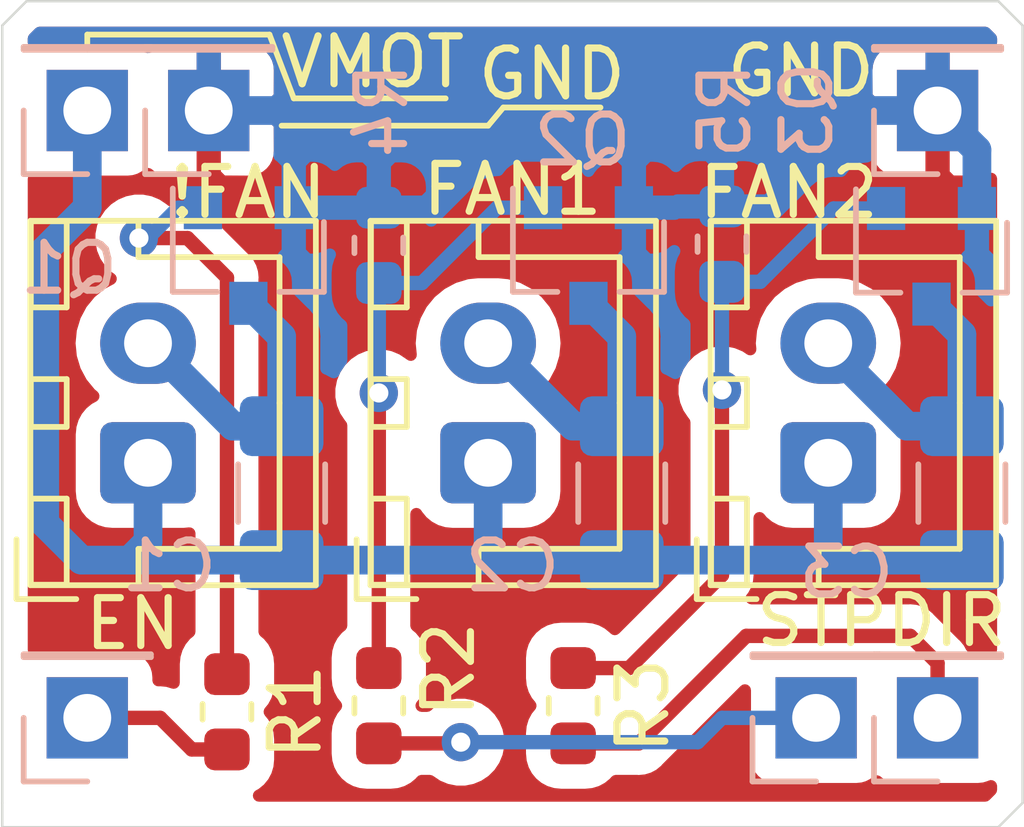
<source format=kicad_pcb>
(kicad_pcb (version 20171130) (host pcbnew "(5.1.6)-1")

  (general
    (thickness 1.6)
    (drawings 16)
    (tracks 78)
    (zones 0)
    (modules 20)
    (nets 12)
  )

  (page A4)
  (layers
    (0 F.Cu signal)
    (31 B.Cu signal)
    (32 B.Adhes user hide)
    (33 F.Adhes user hide)
    (34 B.Paste user hide)
    (35 F.Paste user hide)
    (36 B.SilkS user)
    (37 F.SilkS user)
    (38 B.Mask user)
    (39 F.Mask user)
    (40 Dwgs.User user hide)
    (41 Cmts.User user hide)
    (42 Eco1.User user hide)
    (43 Eco2.User user hide)
    (44 Edge.Cuts user)
    (45 Margin user)
    (46 B.CrtYd user)
    (47 F.CrtYd user)
    (48 B.Fab user hide)
    (49 F.Fab user hide)
  )

  (setup
    (last_trace_width 0.25)
    (user_trace_width 0.3)
    (user_trace_width 0.6)
    (trace_clearance 0.2)
    (zone_clearance 0.508)
    (zone_45_only no)
    (trace_min 0.2)
    (via_size 0.8)
    (via_drill 0.4)
    (via_min_size 0.4)
    (via_min_drill 0.3)
    (user_via 1 0.6)
    (uvia_size 0.3)
    (uvia_drill 0.1)
    (uvias_allowed no)
    (uvia_min_size 0.2)
    (uvia_min_drill 0.1)
    (edge_width 0.05)
    (segment_width 0.2)
    (pcb_text_width 0.3)
    (pcb_text_size 1.5 1.5)
    (mod_edge_width 0.12)
    (mod_text_size 1 1)
    (mod_text_width 0.15)
    (pad_size 1.524 1.524)
    (pad_drill 0.762)
    (pad_to_mask_clearance 0.05)
    (aux_axis_origin 0 0)
    (visible_elements 7FFFFFFF)
    (pcbplotparams
      (layerselection 0x010f0_ffffffff)
      (usegerberextensions false)
      (usegerberattributes false)
      (usegerberadvancedattributes false)
      (creategerberjobfile false)
      (excludeedgelayer true)
      (linewidth 0.100000)
      (plotframeref false)
      (viasonmask false)
      (mode 1)
      (useauxorigin false)
      (hpglpennumber 1)
      (hpglpenspeed 20)
      (hpglpendiameter 15.000000)
      (psnegative false)
      (psa4output false)
      (plotreference true)
      (plotvalue false)
      (plotinvisibletext false)
      (padsonsilk true)
      (subtractmaskfromsilk false)
      (outputformat 1)
      (mirror false)
      (drillshape 0)
      (scaleselection 1)
      (outputdirectory "gerber/"))
  )

  (net 0 "")
  (net 1 /gnd)
  (net 2 /pwr)
  (net 3 "Net-(Q1-Pad1)")
  (net 4 "Net-(Q2-Pad1)")
  (net 5 "Net-(Q3-Pad1)")
  (net 6 /fan0)
  (net 7 /fan1)
  (net 8 /fan2)
  (net 9 "Net-(C1-Pad1)")
  (net 10 "Net-(C2-Pad1)")
  (net 11 "Net-(C3-Pad1)")

  (net_class Default "This is the default net class."
    (clearance 0.2)
    (trace_width 0.25)
    (via_dia 0.8)
    (via_drill 0.4)
    (uvia_dia 0.3)
    (uvia_drill 0.1)
    (add_net /fan0)
    (add_net /fan1)
    (add_net /fan2)
    (add_net /gnd)
    (add_net /pwr)
    (add_net "Net-(C1-Pad1)")
    (add_net "Net-(C2-Pad1)")
    (add_net "Net-(C3-Pad1)")
    (add_net "Net-(Q1-Pad1)")
    (add_net "Net-(Q2-Pad1)")
    (add_net "Net-(Q3-Pad1)")
  )

  (module Capacitor_SMD:C_1206_3216Metric (layer B.Cu) (tedit 5B301BBE) (tstamp 5F96C8F4)
    (at 158.623 101.981 270)
    (descr "Capacitor SMD 1206 (3216 Metric), square (rectangular) end terminal, IPC_7351 nominal, (Body size source: http://www.tortai-tech.com/upload/download/2011102023233369053.pdf), generated with kicad-footprint-generator")
    (tags capacitor)
    (path /5F9D58C1)
    (attr smd)
    (fp_text reference C3 (at 1.651 2.413) (layer B.SilkS)
      (effects (font (size 1 1) (thickness 0.15)) (justify mirror))
    )
    (fp_text value C_Small (at 0 -1.82 90) (layer B.Fab)
      (effects (font (size 1 1) (thickness 0.15)) (justify mirror))
    )
    (fp_line (start 2.28 -1.12) (end -2.28 -1.12) (layer B.CrtYd) (width 0.05))
    (fp_line (start 2.28 1.12) (end 2.28 -1.12) (layer B.CrtYd) (width 0.05))
    (fp_line (start -2.28 1.12) (end 2.28 1.12) (layer B.CrtYd) (width 0.05))
    (fp_line (start -2.28 -1.12) (end -2.28 1.12) (layer B.CrtYd) (width 0.05))
    (fp_line (start -0.602064 -0.91) (end 0.602064 -0.91) (layer B.SilkS) (width 0.12))
    (fp_line (start -0.602064 0.91) (end 0.602064 0.91) (layer B.SilkS) (width 0.12))
    (fp_line (start 1.6 -0.8) (end -1.6 -0.8) (layer B.Fab) (width 0.1))
    (fp_line (start 1.6 0.8) (end 1.6 -0.8) (layer B.Fab) (width 0.1))
    (fp_line (start -1.6 0.8) (end 1.6 0.8) (layer B.Fab) (width 0.1))
    (fp_line (start -1.6 -0.8) (end -1.6 0.8) (layer B.Fab) (width 0.1))
    (fp_text user %R (at 0 0 90) (layer B.Fab)
      (effects (font (size 0.8 0.8) (thickness 0.12)) (justify mirror))
    )
    (pad 2 smd roundrect (at 1.4 0 270) (size 1.25 1.75) (layers B.Cu B.Paste B.Mask) (roundrect_rratio 0.2)
      (net 2 /pwr))
    (pad 1 smd roundrect (at -1.4 0 270) (size 1.25 1.75) (layers B.Cu B.Paste B.Mask) (roundrect_rratio 0.2)
      (net 11 "Net-(C3-Pad1)"))
    (model ${KISYS3DMOD}/Capacitor_SMD.3dshapes/C_1206_3216Metric.wrl
      (at (xyz 0 0 0))
      (scale (xyz 1 1 1))
      (rotate (xyz 0 0 0))
    )
  )

  (module Capacitor_SMD:C_1206_3216Metric (layer B.Cu) (tedit 5B301BBE) (tstamp 5F972984)
    (at 151.511 101.981 270)
    (descr "Capacitor SMD 1206 (3216 Metric), square (rectangular) end terminal, IPC_7351 nominal, (Body size source: http://www.tortai-tech.com/upload/download/2011102023233369053.pdf), generated with kicad-footprint-generator")
    (tags capacitor)
    (path /5F9D51AF)
    (attr smd)
    (fp_text reference C2 (at 1.524 2.286 180) (layer B.SilkS)
      (effects (font (size 1 1) (thickness 0.15)) (justify mirror))
    )
    (fp_text value C_Small (at 0 -1.82 270) (layer B.Fab)
      (effects (font (size 1 1) (thickness 0.15)) (justify mirror))
    )
    (fp_line (start 2.28 -1.12) (end -2.28 -1.12) (layer B.CrtYd) (width 0.05))
    (fp_line (start 2.28 1.12) (end 2.28 -1.12) (layer B.CrtYd) (width 0.05))
    (fp_line (start -2.28 1.12) (end 2.28 1.12) (layer B.CrtYd) (width 0.05))
    (fp_line (start -2.28 -1.12) (end -2.28 1.12) (layer B.CrtYd) (width 0.05))
    (fp_line (start -0.602064 -0.91) (end 0.602064 -0.91) (layer B.SilkS) (width 0.12))
    (fp_line (start -0.602064 0.91) (end 0.602064 0.91) (layer B.SilkS) (width 0.12))
    (fp_line (start 1.6 -0.8) (end -1.6 -0.8) (layer B.Fab) (width 0.1))
    (fp_line (start 1.6 0.8) (end 1.6 -0.8) (layer B.Fab) (width 0.1))
    (fp_line (start -1.6 0.8) (end 1.6 0.8) (layer B.Fab) (width 0.1))
    (fp_line (start -1.6 -0.8) (end -1.6 0.8) (layer B.Fab) (width 0.1))
    (fp_text user %R (at 0 0 270) (layer B.Fab)
      (effects (font (size 0.8 0.8) (thickness 0.12)) (justify mirror))
    )
    (pad 2 smd roundrect (at 1.4 0 270) (size 1.25 1.75) (layers B.Cu B.Paste B.Mask) (roundrect_rratio 0.2)
      (net 2 /pwr))
    (pad 1 smd roundrect (at -1.4 0 270) (size 1.25 1.75) (layers B.Cu B.Paste B.Mask) (roundrect_rratio 0.2)
      (net 10 "Net-(C2-Pad1)"))
    (model ${KISYS3DMOD}/Capacitor_SMD.3dshapes/C_1206_3216Metric.wrl
      (at (xyz 0 0 0))
      (scale (xyz 1 1 1))
      (rotate (xyz 0 0 0))
    )
  )

  (module Capacitor_SMD:C_1206_3216Metric (layer B.Cu) (tedit 5B301BBE) (tstamp 5F96BE9C)
    (at 144.399 101.981 270)
    (descr "Capacitor SMD 1206 (3216 Metric), square (rectangular) end terminal, IPC_7351 nominal, (Body size source: http://www.tortai-tech.com/upload/download/2011102023233369053.pdf), generated with kicad-footprint-generator")
    (tags capacitor)
    (path /5F9D4581)
    (attr smd)
    (fp_text reference C1 (at 1.524 2.3495 180) (layer B.SilkS)
      (effects (font (size 1 1) (thickness 0.15)) (justify mirror))
    )
    (fp_text value C_Small (at 0 -1.82 270) (layer B.Fab)
      (effects (font (size 1 1) (thickness 0.15)) (justify mirror))
    )
    (fp_line (start 2.28 -1.12) (end -2.28 -1.12) (layer B.CrtYd) (width 0.05))
    (fp_line (start 2.28 1.12) (end 2.28 -1.12) (layer B.CrtYd) (width 0.05))
    (fp_line (start -2.28 1.12) (end 2.28 1.12) (layer B.CrtYd) (width 0.05))
    (fp_line (start -2.28 -1.12) (end -2.28 1.12) (layer B.CrtYd) (width 0.05))
    (fp_line (start -0.602064 -0.91) (end 0.602064 -0.91) (layer B.SilkS) (width 0.12))
    (fp_line (start -0.602064 0.91) (end 0.602064 0.91) (layer B.SilkS) (width 0.12))
    (fp_line (start 1.6 -0.8) (end -1.6 -0.8) (layer B.Fab) (width 0.1))
    (fp_line (start 1.6 0.8) (end 1.6 -0.8) (layer B.Fab) (width 0.1))
    (fp_line (start -1.6 0.8) (end 1.6 0.8) (layer B.Fab) (width 0.1))
    (fp_line (start -1.6 -0.8) (end -1.6 0.8) (layer B.Fab) (width 0.1))
    (fp_text user %R (at 0 0 270) (layer B.Fab)
      (effects (font (size 0.8 0.8) (thickness 0.12)) (justify mirror))
    )
    (pad 2 smd roundrect (at 1.4 0 270) (size 1.25 1.75) (layers B.Cu B.Paste B.Mask) (roundrect_rratio 0.2)
      (net 2 /pwr))
    (pad 1 smd roundrect (at -1.4 0 270) (size 1.25 1.75) (layers B.Cu B.Paste B.Mask) (roundrect_rratio 0.2)
      (net 9 "Net-(C1-Pad1)"))
    (model ${KISYS3DMOD}/Capacitor_SMD.3dshapes/C_1206_3216Metric.wrl
      (at (xyz 0 0 0))
      (scale (xyz 1 1 1))
      (rotate (xyz 0 0 0))
    )
  )

  (module Connector_JST:JST_XH_B2B-XH-A_1x02_P2.50mm_Vertical (layer F.Cu) (tedit 5C28146C) (tstamp 5F96BE95)
    (at 155.829 101.346 90)
    (descr "JST XH series connector, B2B-XH-A (http://www.jst-mfg.com/product/pdf/eng/eXH.pdf), generated with kicad-footprint-generator")
    (tags "connector JST XH vertical")
    (path /5F970DE9)
    (fp_text reference FAN2 (at 5.6515 -0.8255 180) (layer F.SilkS)
      (effects (font (size 1 1) (thickness 0.15)))
    )
    (fp_text value Conn_01x02 (at 1.25 4.6 90) (layer F.Fab)
      (effects (font (size 1 1) (thickness 0.15)))
    )
    (fp_line (start -2.85 -2.75) (end -2.85 -1.5) (layer F.SilkS) (width 0.12))
    (fp_line (start -1.6 -2.75) (end -2.85 -2.75) (layer F.SilkS) (width 0.12))
    (fp_line (start 4.3 2.75) (end 1.25 2.75) (layer F.SilkS) (width 0.12))
    (fp_line (start 4.3 -0.2) (end 4.3 2.75) (layer F.SilkS) (width 0.12))
    (fp_line (start 5.05 -0.2) (end 4.3 -0.2) (layer F.SilkS) (width 0.12))
    (fp_line (start -1.8 2.75) (end 1.25 2.75) (layer F.SilkS) (width 0.12))
    (fp_line (start -1.8 -0.2) (end -1.8 2.75) (layer F.SilkS) (width 0.12))
    (fp_line (start -2.55 -0.2) (end -1.8 -0.2) (layer F.SilkS) (width 0.12))
    (fp_line (start 5.05 -2.45) (end 3.25 -2.45) (layer F.SilkS) (width 0.12))
    (fp_line (start 5.05 -1.7) (end 5.05 -2.45) (layer F.SilkS) (width 0.12))
    (fp_line (start 3.25 -1.7) (end 5.05 -1.7) (layer F.SilkS) (width 0.12))
    (fp_line (start 3.25 -2.45) (end 3.25 -1.7) (layer F.SilkS) (width 0.12))
    (fp_line (start -0.75 -2.45) (end -2.55 -2.45) (layer F.SilkS) (width 0.12))
    (fp_line (start -0.75 -1.7) (end -0.75 -2.45) (layer F.SilkS) (width 0.12))
    (fp_line (start -2.55 -1.7) (end -0.75 -1.7) (layer F.SilkS) (width 0.12))
    (fp_line (start -2.55 -2.45) (end -2.55 -1.7) (layer F.SilkS) (width 0.12))
    (fp_line (start 1.75 -2.45) (end 0.75 -2.45) (layer F.SilkS) (width 0.12))
    (fp_line (start 1.75 -1.7) (end 1.75 -2.45) (layer F.SilkS) (width 0.12))
    (fp_line (start 0.75 -1.7) (end 1.75 -1.7) (layer F.SilkS) (width 0.12))
    (fp_line (start 0.75 -2.45) (end 0.75 -1.7) (layer F.SilkS) (width 0.12))
    (fp_line (start 0 -1.35) (end 0.625 -2.35) (layer F.Fab) (width 0.1))
    (fp_line (start -0.625 -2.35) (end 0 -1.35) (layer F.Fab) (width 0.1))
    (fp_line (start 5.45 -2.85) (end -2.95 -2.85) (layer F.CrtYd) (width 0.05))
    (fp_line (start 5.45 3.9) (end 5.45 -2.85) (layer F.CrtYd) (width 0.05))
    (fp_line (start -2.95 3.9) (end 5.45 3.9) (layer F.CrtYd) (width 0.05))
    (fp_line (start -2.95 -2.85) (end -2.95 3.9) (layer F.CrtYd) (width 0.05))
    (fp_line (start 5.06 -2.46) (end -2.56 -2.46) (layer F.SilkS) (width 0.12))
    (fp_line (start 5.06 3.51) (end 5.06 -2.46) (layer F.SilkS) (width 0.12))
    (fp_line (start -2.56 3.51) (end 5.06 3.51) (layer F.SilkS) (width 0.12))
    (fp_line (start -2.56 -2.46) (end -2.56 3.51) (layer F.SilkS) (width 0.12))
    (fp_line (start 4.95 -2.35) (end -2.45 -2.35) (layer F.Fab) (width 0.1))
    (fp_line (start 4.95 3.4) (end 4.95 -2.35) (layer F.Fab) (width 0.1))
    (fp_line (start -2.45 3.4) (end 4.95 3.4) (layer F.Fab) (width 0.1))
    (fp_line (start -2.45 -2.35) (end -2.45 3.4) (layer F.Fab) (width 0.1))
    (fp_text user %R (at 1.25 2.7 90) (layer F.Fab)
      (effects (font (size 1 1) (thickness 0.15)))
    )
    (pad 2 thru_hole oval (at 2.5 0 90) (size 1.7 2) (drill 1) (layers *.Cu *.Mask)
      (net 11 "Net-(C3-Pad1)"))
    (pad 1 thru_hole roundrect (at 0 0 90) (size 1.7 2) (drill 1) (layers *.Cu *.Mask) (roundrect_rratio 0.147059)
      (net 2 /pwr))
    (model ${KISYS3DMOD}/Connector_JST.3dshapes/JST_XH_B2B-XH-A_1x02_P2.50mm_Vertical.wrl
      (at (xyz 0 0 0))
      (scale (xyz 1 1 1))
      (rotate (xyz 0 0 0))
    )
  )

  (module Connector_JST:JST_XH_B2B-XH-A_1x02_P2.50mm_Vertical (layer F.Cu) (tedit 5C28146C) (tstamp 5F96D79F)
    (at 148.717 101.346 90)
    (descr "JST XH series connector, B2B-XH-A (http://www.jst-mfg.com/product/pdf/eng/eXH.pdf), generated with kicad-footprint-generator")
    (tags "connector JST XH vertical")
    (path /5F9703E2)
    (fp_text reference FAN1 (at 5.715 0.508 180) (layer F.SilkS)
      (effects (font (size 1 1) (thickness 0.15)))
    )
    (fp_text value Conn_01x02 (at 1.25 4.6 90) (layer F.Fab)
      (effects (font (size 1 1) (thickness 0.15)))
    )
    (fp_line (start -2.85 -2.75) (end -2.85 -1.5) (layer F.SilkS) (width 0.12))
    (fp_line (start -1.6 -2.75) (end -2.85 -2.75) (layer F.SilkS) (width 0.12))
    (fp_line (start 4.3 2.75) (end 1.25 2.75) (layer F.SilkS) (width 0.12))
    (fp_line (start 4.3 -0.2) (end 4.3 2.75) (layer F.SilkS) (width 0.12))
    (fp_line (start 5.05 -0.2) (end 4.3 -0.2) (layer F.SilkS) (width 0.12))
    (fp_line (start -1.8 2.75) (end 1.25 2.75) (layer F.SilkS) (width 0.12))
    (fp_line (start -1.8 -0.2) (end -1.8 2.75) (layer F.SilkS) (width 0.12))
    (fp_line (start -2.55 -0.2) (end -1.8 -0.2) (layer F.SilkS) (width 0.12))
    (fp_line (start 5.05 -2.45) (end 3.25 -2.45) (layer F.SilkS) (width 0.12))
    (fp_line (start 5.05 -1.7) (end 5.05 -2.45) (layer F.SilkS) (width 0.12))
    (fp_line (start 3.25 -1.7) (end 5.05 -1.7) (layer F.SilkS) (width 0.12))
    (fp_line (start 3.25 -2.45) (end 3.25 -1.7) (layer F.SilkS) (width 0.12))
    (fp_line (start -0.75 -2.45) (end -2.55 -2.45) (layer F.SilkS) (width 0.12))
    (fp_line (start -0.75 -1.7) (end -0.75 -2.45) (layer F.SilkS) (width 0.12))
    (fp_line (start -2.55 -1.7) (end -0.75 -1.7) (layer F.SilkS) (width 0.12))
    (fp_line (start -2.55 -2.45) (end -2.55 -1.7) (layer F.SilkS) (width 0.12))
    (fp_line (start 1.75 -2.45) (end 0.75 -2.45) (layer F.SilkS) (width 0.12))
    (fp_line (start 1.75 -1.7) (end 1.75 -2.45) (layer F.SilkS) (width 0.12))
    (fp_line (start 0.75 -1.7) (end 1.75 -1.7) (layer F.SilkS) (width 0.12))
    (fp_line (start 0.75 -2.45) (end 0.75 -1.7) (layer F.SilkS) (width 0.12))
    (fp_line (start 0 -1.35) (end 0.625 -2.35) (layer F.Fab) (width 0.1))
    (fp_line (start -0.625 -2.35) (end 0 -1.35) (layer F.Fab) (width 0.1))
    (fp_line (start 5.45 -2.85) (end -2.95 -2.85) (layer F.CrtYd) (width 0.05))
    (fp_line (start 5.45 3.9) (end 5.45 -2.85) (layer F.CrtYd) (width 0.05))
    (fp_line (start -2.95 3.9) (end 5.45 3.9) (layer F.CrtYd) (width 0.05))
    (fp_line (start -2.95 -2.85) (end -2.95 3.9) (layer F.CrtYd) (width 0.05))
    (fp_line (start 5.06 -2.46) (end -2.56 -2.46) (layer F.SilkS) (width 0.12))
    (fp_line (start 5.06 3.51) (end 5.06 -2.46) (layer F.SilkS) (width 0.12))
    (fp_line (start -2.56 3.51) (end 5.06 3.51) (layer F.SilkS) (width 0.12))
    (fp_line (start -2.56 -2.46) (end -2.56 3.51) (layer F.SilkS) (width 0.12))
    (fp_line (start 4.95 -2.35) (end -2.45 -2.35) (layer F.Fab) (width 0.1))
    (fp_line (start 4.95 3.4) (end 4.95 -2.35) (layer F.Fab) (width 0.1))
    (fp_line (start -2.45 3.4) (end 4.95 3.4) (layer F.Fab) (width 0.1))
    (fp_line (start -2.45 -2.35) (end -2.45 3.4) (layer F.Fab) (width 0.1))
    (fp_text user %R (at 1.25 2.7 90) (layer F.Fab)
      (effects (font (size 1 1) (thickness 0.15)))
    )
    (pad 2 thru_hole oval (at 2.5 0 90) (size 1.7 2) (drill 1) (layers *.Cu *.Mask)
      (net 10 "Net-(C2-Pad1)"))
    (pad 1 thru_hole roundrect (at 0 0 90) (size 1.7 2) (drill 1) (layers *.Cu *.Mask) (roundrect_rratio 0.147059)
      (net 2 /pwr))
    (model ${KISYS3DMOD}/Connector_JST.3dshapes/JST_XH_B2B-XH-A_1x02_P2.50mm_Vertical.wrl
      (at (xyz 0 0 0))
      (scale (xyz 1 1 1))
      (rotate (xyz 0 0 0))
    )
  )

  (module Connector_JST:JST_XH_B2B-XH-A_1x02_P2.50mm_Vertical (layer F.Cu) (tedit 5C28146C) (tstamp 5F96D775)
    (at 141.605 101.346 90)
    (descr "JST XH series connector, B2B-XH-A (http://www.jst-mfg.com/product/pdf/eng/eXH.pdf), generated with kicad-footprint-generator")
    (tags "connector JST XH vertical")
    (path /5F96FF83)
    (fp_text reference !FAN (at 5.6515 2.0955 180) (layer F.SilkS)
      (effects (font (size 1 1) (thickness 0.15)))
    )
    (fp_text value Conn_01x02 (at 1.25 4.6 90) (layer F.Fab)
      (effects (font (size 1 1) (thickness 0.15)))
    )
    (fp_line (start -2.85 -2.75) (end -2.85 -1.5) (layer F.SilkS) (width 0.12))
    (fp_line (start -1.6 -2.75) (end -2.85 -2.75) (layer F.SilkS) (width 0.12))
    (fp_line (start 4.3 2.75) (end 1.25 2.75) (layer F.SilkS) (width 0.12))
    (fp_line (start 4.3 -0.2) (end 4.3 2.75) (layer F.SilkS) (width 0.12))
    (fp_line (start 5.05 -0.2) (end 4.3 -0.2) (layer F.SilkS) (width 0.12))
    (fp_line (start -1.8 2.75) (end 1.25 2.75) (layer F.SilkS) (width 0.12))
    (fp_line (start -1.8 -0.2) (end -1.8 2.75) (layer F.SilkS) (width 0.12))
    (fp_line (start -2.55 -0.2) (end -1.8 -0.2) (layer F.SilkS) (width 0.12))
    (fp_line (start 5.05 -2.45) (end 3.25 -2.45) (layer F.SilkS) (width 0.12))
    (fp_line (start 5.05 -1.7) (end 5.05 -2.45) (layer F.SilkS) (width 0.12))
    (fp_line (start 3.25 -1.7) (end 5.05 -1.7) (layer F.SilkS) (width 0.12))
    (fp_line (start 3.25 -2.45) (end 3.25 -1.7) (layer F.SilkS) (width 0.12))
    (fp_line (start -0.75 -2.45) (end -2.55 -2.45) (layer F.SilkS) (width 0.12))
    (fp_line (start -0.75 -1.7) (end -0.75 -2.45) (layer F.SilkS) (width 0.12))
    (fp_line (start -2.55 -1.7) (end -0.75 -1.7) (layer F.SilkS) (width 0.12))
    (fp_line (start -2.55 -2.45) (end -2.55 -1.7) (layer F.SilkS) (width 0.12))
    (fp_line (start 1.75 -2.45) (end 0.75 -2.45) (layer F.SilkS) (width 0.12))
    (fp_line (start 1.75 -1.7) (end 1.75 -2.45) (layer F.SilkS) (width 0.12))
    (fp_line (start 0.75 -1.7) (end 1.75 -1.7) (layer F.SilkS) (width 0.12))
    (fp_line (start 0.75 -2.45) (end 0.75 -1.7) (layer F.SilkS) (width 0.12))
    (fp_line (start 0 -1.35) (end 0.625 -2.35) (layer F.Fab) (width 0.1))
    (fp_line (start -0.625 -2.35) (end 0 -1.35) (layer F.Fab) (width 0.1))
    (fp_line (start 5.45 -2.85) (end -2.95 -2.85) (layer F.CrtYd) (width 0.05))
    (fp_line (start 5.45 3.9) (end 5.45 -2.85) (layer F.CrtYd) (width 0.05))
    (fp_line (start -2.95 3.9) (end 5.45 3.9) (layer F.CrtYd) (width 0.05))
    (fp_line (start -2.95 -2.85) (end -2.95 3.9) (layer F.CrtYd) (width 0.05))
    (fp_line (start 5.06 -2.46) (end -2.56 -2.46) (layer F.SilkS) (width 0.12))
    (fp_line (start 5.06 3.51) (end 5.06 -2.46) (layer F.SilkS) (width 0.12))
    (fp_line (start -2.56 3.51) (end 5.06 3.51) (layer F.SilkS) (width 0.12))
    (fp_line (start -2.56 -2.46) (end -2.56 3.51) (layer F.SilkS) (width 0.12))
    (fp_line (start 4.95 -2.35) (end -2.45 -2.35) (layer F.Fab) (width 0.1))
    (fp_line (start 4.95 3.4) (end 4.95 -2.35) (layer F.Fab) (width 0.1))
    (fp_line (start -2.45 3.4) (end 4.95 3.4) (layer F.Fab) (width 0.1))
    (fp_line (start -2.45 -2.35) (end -2.45 3.4) (layer F.Fab) (width 0.1))
    (fp_text user %R (at 1.25 2.7 90) (layer F.Fab)
      (effects (font (size 1 1) (thickness 0.15)))
    )
    (pad 2 thru_hole oval (at 2.5 0 90) (size 1.7 2) (drill 1) (layers *.Cu *.Mask)
      (net 9 "Net-(C1-Pad1)"))
    (pad 1 thru_hole roundrect (at 0 0 90) (size 1.7 2) (drill 1) (layers *.Cu *.Mask) (roundrect_rratio 0.147059)
      (net 2 /pwr))
    (model ${KISYS3DMOD}/Connector_JST.3dshapes/JST_XH_B2B-XH-A_1x02_P2.50mm_Vertical.wrl
      (at (xyz 0 0 0))
      (scale (xyz 1 1 1))
      (rotate (xyz 0 0 0))
    )
  )

  (module Connector_PinHeader_2.54mm:PinHeader_1x01_P2.54mm_Vertical (layer B.Cu) (tedit 59FED5CC) (tstamp 5F96C416)
    (at 140.335 93.98)
    (descr "Through hole straight pin header, 1x01, 2.54mm pitch, single row")
    (tags "Through hole pin header THT 1x01 2.54mm single row")
    (path /5F972F09)
    (fp_text reference VMOT (at 5.969 -1.016) (layer F.SilkS)
      (effects (font (size 1 1) (thickness 0.15)))
    )
    (fp_text value Conn_01x01_Male (at 0 -2.33) (layer B.Fab)
      (effects (font (size 1 1) (thickness 0.15)) (justify mirror))
    )
    (fp_line (start 1.8 1.8) (end -1.8 1.8) (layer B.CrtYd) (width 0.05))
    (fp_line (start 1.8 -1.8) (end 1.8 1.8) (layer B.CrtYd) (width 0.05))
    (fp_line (start -1.8 -1.8) (end 1.8 -1.8) (layer B.CrtYd) (width 0.05))
    (fp_line (start -1.8 1.8) (end -1.8 -1.8) (layer B.CrtYd) (width 0.05))
    (fp_line (start -1.33 1.33) (end 0 1.33) (layer B.SilkS) (width 0.12))
    (fp_line (start -1.33 0) (end -1.33 1.33) (layer B.SilkS) (width 0.12))
    (fp_line (start -1.33 -1.27) (end 1.33 -1.27) (layer B.SilkS) (width 0.12))
    (fp_line (start 1.33 -1.27) (end 1.33 -1.33) (layer B.SilkS) (width 0.12))
    (fp_line (start -1.33 -1.27) (end -1.33 -1.33) (layer B.SilkS) (width 0.12))
    (fp_line (start -1.33 -1.33) (end 1.33 -1.33) (layer B.SilkS) (width 0.12))
    (fp_line (start -1.27 0.635) (end -0.635 1.27) (layer B.Fab) (width 0.1))
    (fp_line (start -1.27 -1.27) (end -1.27 0.635) (layer B.Fab) (width 0.1))
    (fp_line (start 1.27 -1.27) (end -1.27 -1.27) (layer B.Fab) (width 0.1))
    (fp_line (start 1.27 1.27) (end 1.27 -1.27) (layer B.Fab) (width 0.1))
    (fp_line (start -0.635 1.27) (end 1.27 1.27) (layer B.Fab) (width 0.1))
    (fp_text user %R (at 0 0 -90) (layer B.Fab)
      (effects (font (size 1 1) (thickness 0.15)) (justify mirror))
    )
    (pad 1 thru_hole rect (at 0 0) (size 1.7 1.7) (drill 1) (layers *.Cu *.Mask)
      (net 2 /pwr))
    (model ${KISYS3DMOD}/Connector_PinHeader_2.54mm.3dshapes/PinHeader_1x01_P2.54mm_Vertical.wrl
      (at (xyz 0 0 0))
      (scale (xyz 1 1 1))
      (rotate (xyz 0 0 0))
    )
  )

  (module Connector_PinHeader_2.54mm:PinHeader_1x01_P2.54mm_Vertical (layer B.Cu) (tedit 59FED5CC) (tstamp 5F96D741)
    (at 158.115 93.98)
    (descr "Through hole straight pin header, 1x01, 2.54mm pitch, single row")
    (tags "Through hole pin header THT 1x01 2.54mm single row")
    (path /5F973667)
    (fp_text reference GND (at -2.8575 -0.8255) (layer F.SilkS)
      (effects (font (size 1 1) (thickness 0.15)))
    )
    (fp_text value Conn_01x01_Male (at 0 -2.33) (layer B.Fab)
      (effects (font (size 1 1) (thickness 0.15)) (justify mirror))
    )
    (fp_line (start 1.8 1.8) (end -1.8 1.8) (layer B.CrtYd) (width 0.05))
    (fp_line (start 1.8 -1.8) (end 1.8 1.8) (layer B.CrtYd) (width 0.05))
    (fp_line (start -1.8 -1.8) (end 1.8 -1.8) (layer B.CrtYd) (width 0.05))
    (fp_line (start -1.8 1.8) (end -1.8 -1.8) (layer B.CrtYd) (width 0.05))
    (fp_line (start -1.33 1.33) (end 0 1.33) (layer B.SilkS) (width 0.12))
    (fp_line (start -1.33 0) (end -1.33 1.33) (layer B.SilkS) (width 0.12))
    (fp_line (start -1.33 -1.27) (end 1.33 -1.27) (layer B.SilkS) (width 0.12))
    (fp_line (start 1.33 -1.27) (end 1.33 -1.33) (layer B.SilkS) (width 0.12))
    (fp_line (start -1.33 -1.27) (end -1.33 -1.33) (layer B.SilkS) (width 0.12))
    (fp_line (start -1.33 -1.33) (end 1.33 -1.33) (layer B.SilkS) (width 0.12))
    (fp_line (start -1.27 0.635) (end -0.635 1.27) (layer B.Fab) (width 0.1))
    (fp_line (start -1.27 -1.27) (end -1.27 0.635) (layer B.Fab) (width 0.1))
    (fp_line (start 1.27 -1.27) (end -1.27 -1.27) (layer B.Fab) (width 0.1))
    (fp_line (start 1.27 1.27) (end 1.27 -1.27) (layer B.Fab) (width 0.1))
    (fp_line (start -0.635 1.27) (end 1.27 1.27) (layer B.Fab) (width 0.1))
    (fp_text user %R (at 0 0 -90) (layer B.Fab)
      (effects (font (size 1 1) (thickness 0.15)) (justify mirror))
    )
    (pad 1 thru_hole rect (at 0 0) (size 1.7 1.7) (drill 1) (layers *.Cu *.Mask)
      (net 1 /gnd))
    (model ${KISYS3DMOD}/Connector_PinHeader_2.54mm.3dshapes/PinHeader_1x01_P2.54mm_Vertical.wrl
      (at (xyz 0 0 0))
      (scale (xyz 1 1 1))
      (rotate (xyz 0 0 0))
    )
  )

  (module Connector_PinHeader_2.54mm:PinHeader_1x01_P2.54mm_Vertical (layer B.Cu) (tedit 59FED5CC) (tstamp 5F96CADE)
    (at 142.875 93.98)
    (descr "Through hole straight pin header, 1x01, 2.54mm pitch, single row")
    (tags "Through hole pin header THT 1x01 2.54mm single row")
    (path /5F9728E6)
    (fp_text reference GND (at 7.1755 -0.762) (layer F.SilkS)
      (effects (font (size 1 1) (thickness 0.15)))
    )
    (fp_text value Conn_01x01_Male (at 0 -2.33) (layer B.Fab)
      (effects (font (size 1 1) (thickness 0.15)) (justify mirror))
    )
    (fp_line (start 1.8 1.8) (end -1.8 1.8) (layer B.CrtYd) (width 0.05))
    (fp_line (start 1.8 -1.8) (end 1.8 1.8) (layer B.CrtYd) (width 0.05))
    (fp_line (start -1.8 -1.8) (end 1.8 -1.8) (layer B.CrtYd) (width 0.05))
    (fp_line (start -1.8 1.8) (end -1.8 -1.8) (layer B.CrtYd) (width 0.05))
    (fp_line (start -1.33 1.33) (end 0 1.33) (layer B.SilkS) (width 0.12))
    (fp_line (start -1.33 0) (end -1.33 1.33) (layer B.SilkS) (width 0.12))
    (fp_line (start -1.33 -1.27) (end 1.33 -1.27) (layer B.SilkS) (width 0.12))
    (fp_line (start 1.33 -1.27) (end 1.33 -1.33) (layer B.SilkS) (width 0.12))
    (fp_line (start -1.33 -1.27) (end -1.33 -1.33) (layer B.SilkS) (width 0.12))
    (fp_line (start -1.33 -1.33) (end 1.33 -1.33) (layer B.SilkS) (width 0.12))
    (fp_line (start -1.27 0.635) (end -0.635 1.27) (layer B.Fab) (width 0.1))
    (fp_line (start -1.27 -1.27) (end -1.27 0.635) (layer B.Fab) (width 0.1))
    (fp_line (start 1.27 -1.27) (end -1.27 -1.27) (layer B.Fab) (width 0.1))
    (fp_line (start 1.27 1.27) (end 1.27 -1.27) (layer B.Fab) (width 0.1))
    (fp_line (start -0.635 1.27) (end 1.27 1.27) (layer B.Fab) (width 0.1))
    (fp_text user %R (at 0 0 -90) (layer B.Fab)
      (effects (font (size 1 1) (thickness 0.15)) (justify mirror))
    )
    (pad 1 thru_hole rect (at 0 0) (size 1.7 1.7) (drill 1) (layers *.Cu *.Mask)
      (net 1 /gnd))
    (model ${KISYS3DMOD}/Connector_PinHeader_2.54mm.3dshapes/PinHeader_1x01_P2.54mm_Vertical.wrl
      (at (xyz 0 0 0))
      (scale (xyz 1 1 1))
      (rotate (xyz 0 0 0))
    )
  )

  (module Connector_PinHeader_2.54mm:PinHeader_1x01_P2.54mm_Vertical (layer B.Cu) (tedit 59FED5CC) (tstamp 5F96D72D)
    (at 158.115 106.68)
    (descr "Through hole straight pin header, 1x01, 2.54mm pitch, single row")
    (tags "Through hole pin header THT 1x01 2.54mm single row")
    (path /5F97219D)
    (fp_text reference DIR (at 0.1905 -2.032) (layer F.SilkS)
      (effects (font (size 1 1) (thickness 0.15)))
    )
    (fp_text value Conn_01x01_Male (at 0 -2.33) (layer B.Fab)
      (effects (font (size 1 1) (thickness 0.15)) (justify mirror))
    )
    (fp_line (start 1.8 1.8) (end -1.8 1.8) (layer B.CrtYd) (width 0.05))
    (fp_line (start 1.8 -1.8) (end 1.8 1.8) (layer B.CrtYd) (width 0.05))
    (fp_line (start -1.8 -1.8) (end 1.8 -1.8) (layer B.CrtYd) (width 0.05))
    (fp_line (start -1.8 1.8) (end -1.8 -1.8) (layer B.CrtYd) (width 0.05))
    (fp_line (start -1.33 1.33) (end 0 1.33) (layer B.SilkS) (width 0.12))
    (fp_line (start -1.33 0) (end -1.33 1.33) (layer B.SilkS) (width 0.12))
    (fp_line (start -1.33 -1.27) (end 1.33 -1.27) (layer B.SilkS) (width 0.12))
    (fp_line (start 1.33 -1.27) (end 1.33 -1.33) (layer B.SilkS) (width 0.12))
    (fp_line (start -1.33 -1.27) (end -1.33 -1.33) (layer B.SilkS) (width 0.12))
    (fp_line (start -1.33 -1.33) (end 1.33 -1.33) (layer B.SilkS) (width 0.12))
    (fp_line (start -1.27 0.635) (end -0.635 1.27) (layer B.Fab) (width 0.1))
    (fp_line (start -1.27 -1.27) (end -1.27 0.635) (layer B.Fab) (width 0.1))
    (fp_line (start 1.27 -1.27) (end -1.27 -1.27) (layer B.Fab) (width 0.1))
    (fp_line (start 1.27 1.27) (end 1.27 -1.27) (layer B.Fab) (width 0.1))
    (fp_line (start -0.635 1.27) (end 1.27 1.27) (layer B.Fab) (width 0.1))
    (fp_text user %R (at 0 0 -90) (layer B.Fab)
      (effects (font (size 1 1) (thickness 0.15)) (justify mirror))
    )
    (pad 1 thru_hole rect (at 0 0) (size 1.7 1.7) (drill 1) (layers *.Cu *.Mask)
      (net 8 /fan2))
    (model ${KISYS3DMOD}/Connector_PinHeader_2.54mm.3dshapes/PinHeader_1x01_P2.54mm_Vertical.wrl
      (at (xyz 0 0 0))
      (scale (xyz 1 1 1))
      (rotate (xyz 0 0 0))
    )
  )

  (module Connector_PinHeader_2.54mm:PinHeader_1x01_P2.54mm_Vertical (layer B.Cu) (tedit 59FED5CC) (tstamp 5F96D723)
    (at 155.575 106.68)
    (descr "Through hole straight pin header, 1x01, 2.54mm pitch, single row")
    (tags "Through hole pin header THT 1x01 2.54mm single row")
    (path /5F971E78)
    (fp_text reference STP (at 0.127 -2.032) (layer F.SilkS)
      (effects (font (size 1 1) (thickness 0.15)))
    )
    (fp_text value Conn_01x01_Male (at 0 -2.33) (layer B.Fab)
      (effects (font (size 1 1) (thickness 0.15)) (justify mirror))
    )
    (fp_line (start 1.8 1.8) (end -1.8 1.8) (layer B.CrtYd) (width 0.05))
    (fp_line (start 1.8 -1.8) (end 1.8 1.8) (layer B.CrtYd) (width 0.05))
    (fp_line (start -1.8 -1.8) (end 1.8 -1.8) (layer B.CrtYd) (width 0.05))
    (fp_line (start -1.8 1.8) (end -1.8 -1.8) (layer B.CrtYd) (width 0.05))
    (fp_line (start -1.33 1.33) (end 0 1.33) (layer B.SilkS) (width 0.12))
    (fp_line (start -1.33 0) (end -1.33 1.33) (layer B.SilkS) (width 0.12))
    (fp_line (start -1.33 -1.27) (end 1.33 -1.27) (layer B.SilkS) (width 0.12))
    (fp_line (start 1.33 -1.27) (end 1.33 -1.33) (layer B.SilkS) (width 0.12))
    (fp_line (start -1.33 -1.27) (end -1.33 -1.33) (layer B.SilkS) (width 0.12))
    (fp_line (start -1.33 -1.33) (end 1.33 -1.33) (layer B.SilkS) (width 0.12))
    (fp_line (start -1.27 0.635) (end -0.635 1.27) (layer B.Fab) (width 0.1))
    (fp_line (start -1.27 -1.27) (end -1.27 0.635) (layer B.Fab) (width 0.1))
    (fp_line (start 1.27 -1.27) (end -1.27 -1.27) (layer B.Fab) (width 0.1))
    (fp_line (start 1.27 1.27) (end 1.27 -1.27) (layer B.Fab) (width 0.1))
    (fp_line (start -0.635 1.27) (end 1.27 1.27) (layer B.Fab) (width 0.1))
    (fp_text user %R (at 0 0 -90) (layer B.Fab)
      (effects (font (size 1 1) (thickness 0.15)) (justify mirror))
    )
    (pad 1 thru_hole rect (at 0 0) (size 1.7 1.7) (drill 1) (layers *.Cu *.Mask)
      (net 7 /fan1))
    (model ${KISYS3DMOD}/Connector_PinHeader_2.54mm.3dshapes/PinHeader_1x01_P2.54mm_Vertical.wrl
      (at (xyz 0 0 0))
      (scale (xyz 1 1 1))
      (rotate (xyz 0 0 0))
    )
  )

  (module Connector_PinHeader_2.54mm:PinHeader_1x01_P2.54mm_Vertical (layer B.Cu) (tedit 59FED5CC) (tstamp 5F96D719)
    (at 140.335 106.68)
    (descr "Through hole straight pin header, 1x01, 2.54mm pitch, single row")
    (tags "Through hole pin header THT 1x01 2.54mm single row")
    (path /5F971385)
    (fp_text reference EN (at 0.9525 -1.9685) (layer F.SilkS)
      (effects (font (size 1 1) (thickness 0.15)))
    )
    (fp_text value Conn_01x01_Male (at 0 -2.33) (layer B.Fab)
      (effects (font (size 1 1) (thickness 0.15)) (justify mirror))
    )
    (fp_line (start 1.8 1.8) (end -1.8 1.8) (layer B.CrtYd) (width 0.05))
    (fp_line (start 1.8 -1.8) (end 1.8 1.8) (layer B.CrtYd) (width 0.05))
    (fp_line (start -1.8 -1.8) (end 1.8 -1.8) (layer B.CrtYd) (width 0.05))
    (fp_line (start -1.8 1.8) (end -1.8 -1.8) (layer B.CrtYd) (width 0.05))
    (fp_line (start -1.33 1.33) (end 0 1.33) (layer B.SilkS) (width 0.12))
    (fp_line (start -1.33 0) (end -1.33 1.33) (layer B.SilkS) (width 0.12))
    (fp_line (start -1.33 -1.27) (end 1.33 -1.27) (layer B.SilkS) (width 0.12))
    (fp_line (start 1.33 -1.27) (end 1.33 -1.33) (layer B.SilkS) (width 0.12))
    (fp_line (start -1.33 -1.27) (end -1.33 -1.33) (layer B.SilkS) (width 0.12))
    (fp_line (start -1.33 -1.33) (end 1.33 -1.33) (layer B.SilkS) (width 0.12))
    (fp_line (start -1.27 0.635) (end -0.635 1.27) (layer B.Fab) (width 0.1))
    (fp_line (start -1.27 -1.27) (end -1.27 0.635) (layer B.Fab) (width 0.1))
    (fp_line (start 1.27 -1.27) (end -1.27 -1.27) (layer B.Fab) (width 0.1))
    (fp_line (start 1.27 1.27) (end 1.27 -1.27) (layer B.Fab) (width 0.1))
    (fp_line (start -0.635 1.27) (end 1.27 1.27) (layer B.Fab) (width 0.1))
    (fp_text user %R (at 0 0 -90) (layer B.Fab)
      (effects (font (size 1 1) (thickness 0.15)) (justify mirror))
    )
    (pad 1 thru_hole rect (at 0 0) (size 1.7 1.7) (drill 1) (layers *.Cu *.Mask)
      (net 6 /fan0))
    (model ${KISYS3DMOD}/Connector_PinHeader_2.54mm.3dshapes/PinHeader_1x01_P2.54mm_Vertical.wrl
      (at (xyz 0 0 0))
      (scale (xyz 1 1 1))
      (rotate (xyz 0 0 0))
    )
  )

  (module Resistor_SMD:R_0603_1608Metric (layer B.Cu) (tedit 5B301BBD) (tstamp 5F96BDD9)
    (at 153.6065 96.774 90)
    (descr "Resistor SMD 0603 (1608 Metric), square (rectangular) end terminal, IPC_7351 nominal, (Body size source: http://www.tortai-tech.com/upload/download/2011102023233369053.pdf), generated with kicad-footprint-generator")
    (tags resistor)
    (path /5F96B846)
    (attr smd)
    (fp_text reference R5 (at 2.794 0.0635 270) (layer B.SilkS)
      (effects (font (size 1 1) (thickness 0.15)) (justify mirror))
    )
    (fp_text value 10k (at 0 -1.43 90) (layer B.Fab)
      (effects (font (size 1 1) (thickness 0.15)) (justify mirror))
    )
    (fp_line (start 1.48 -0.73) (end -1.48 -0.73) (layer B.CrtYd) (width 0.05))
    (fp_line (start 1.48 0.73) (end 1.48 -0.73) (layer B.CrtYd) (width 0.05))
    (fp_line (start -1.48 0.73) (end 1.48 0.73) (layer B.CrtYd) (width 0.05))
    (fp_line (start -1.48 -0.73) (end -1.48 0.73) (layer B.CrtYd) (width 0.05))
    (fp_line (start -0.162779 -0.51) (end 0.162779 -0.51) (layer B.SilkS) (width 0.12))
    (fp_line (start -0.162779 0.51) (end 0.162779 0.51) (layer B.SilkS) (width 0.12))
    (fp_line (start 0.8 -0.4) (end -0.8 -0.4) (layer B.Fab) (width 0.1))
    (fp_line (start 0.8 0.4) (end 0.8 -0.4) (layer B.Fab) (width 0.1))
    (fp_line (start -0.8 0.4) (end 0.8 0.4) (layer B.Fab) (width 0.1))
    (fp_line (start -0.8 -0.4) (end -0.8 0.4) (layer B.Fab) (width 0.1))
    (fp_text user %R (at 0 0 90) (layer B.Fab)
      (effects (font (size 0.4 0.4) (thickness 0.06)) (justify mirror))
    )
    (pad 2 smd roundrect (at 0.7875 0 90) (size 0.875 0.95) (layers B.Cu B.Paste B.Mask) (roundrect_rratio 0.25)
      (net 1 /gnd))
    (pad 1 smd roundrect (at -0.7875 0 90) (size 0.875 0.95) (layers B.Cu B.Paste B.Mask) (roundrect_rratio 0.25)
      (net 5 "Net-(Q3-Pad1)"))
    (model ${KISYS3DMOD}/Resistor_SMD.3dshapes/R_0603_1608Metric.wrl
      (at (xyz 0 0 0))
      (scale (xyz 1 1 1))
      (rotate (xyz 0 0 0))
    )
  )

  (module Resistor_SMD:R_0603_1608Metric (layer B.Cu) (tedit 5B301BBD) (tstamp 5F970CB3)
    (at 146.431 96.7995 90)
    (descr "Resistor SMD 0603 (1608 Metric), square (rectangular) end terminal, IPC_7351 nominal, (Body size source: http://www.tortai-tech.com/upload/download/2011102023233369053.pdf), generated with kicad-footprint-generator")
    (tags resistor)
    (path /5F96B374)
    (attr smd)
    (fp_text reference R4 (at 2.8195 0.0635 270) (layer B.SilkS)
      (effects (font (size 1 1) (thickness 0.15)) (justify mirror))
    )
    (fp_text value 10k (at 0 -1.43 90) (layer B.Fab)
      (effects (font (size 1 1) (thickness 0.15)) (justify mirror))
    )
    (fp_line (start 1.48 -0.73) (end -1.48 -0.73) (layer B.CrtYd) (width 0.05))
    (fp_line (start 1.48 0.73) (end 1.48 -0.73) (layer B.CrtYd) (width 0.05))
    (fp_line (start -1.48 0.73) (end 1.48 0.73) (layer B.CrtYd) (width 0.05))
    (fp_line (start -1.48 -0.73) (end -1.48 0.73) (layer B.CrtYd) (width 0.05))
    (fp_line (start -0.162779 -0.51) (end 0.162779 -0.51) (layer B.SilkS) (width 0.12))
    (fp_line (start -0.162779 0.51) (end 0.162779 0.51) (layer B.SilkS) (width 0.12))
    (fp_line (start 0.8 -0.4) (end -0.8 -0.4) (layer B.Fab) (width 0.1))
    (fp_line (start 0.8 0.4) (end 0.8 -0.4) (layer B.Fab) (width 0.1))
    (fp_line (start -0.8 0.4) (end 0.8 0.4) (layer B.Fab) (width 0.1))
    (fp_line (start -0.8 -0.4) (end -0.8 0.4) (layer B.Fab) (width 0.1))
    (fp_text user %R (at 0 0 90) (layer B.Fab)
      (effects (font (size 0.4 0.4) (thickness 0.06)) (justify mirror))
    )
    (pad 2 smd roundrect (at 0.7875 0 90) (size 0.875 0.95) (layers B.Cu B.Paste B.Mask) (roundrect_rratio 0.25)
      (net 1 /gnd))
    (pad 1 smd roundrect (at -0.7875 0 90) (size 0.875 0.95) (layers B.Cu B.Paste B.Mask) (roundrect_rratio 0.25)
      (net 4 "Net-(Q2-Pad1)"))
    (model ${KISYS3DMOD}/Resistor_SMD.3dshapes/R_0603_1608Metric.wrl
      (at (xyz 0 0 0))
      (scale (xyz 1 1 1))
      (rotate (xyz 0 0 0))
    )
  )

  (module Resistor_SMD:R_0603_1608Metric (layer F.Cu) (tedit 5B301BBD) (tstamp 5F96E111)
    (at 150.495 106.426 270)
    (descr "Resistor SMD 0603 (1608 Metric), square (rectangular) end terminal, IPC_7351 nominal, (Body size source: http://www.tortai-tech.com/upload/download/2011102023233369053.pdf), generated with kicad-footprint-generator")
    (tags resistor)
    (path /5F96A53B)
    (attr smd)
    (fp_text reference R3 (at 0 -1.4605 270) (layer F.SilkS)
      (effects (font (size 1 1) (thickness 0.15)))
    )
    (fp_text value 47 (at 0 1.43 270) (layer F.Fab)
      (effects (font (size 1 1) (thickness 0.15)))
    )
    (fp_line (start 1.48 0.73) (end -1.48 0.73) (layer F.CrtYd) (width 0.05))
    (fp_line (start 1.48 -0.73) (end 1.48 0.73) (layer F.CrtYd) (width 0.05))
    (fp_line (start -1.48 -0.73) (end 1.48 -0.73) (layer F.CrtYd) (width 0.05))
    (fp_line (start -1.48 0.73) (end -1.48 -0.73) (layer F.CrtYd) (width 0.05))
    (fp_line (start -0.162779 0.51) (end 0.162779 0.51) (layer F.SilkS) (width 0.12))
    (fp_line (start -0.162779 -0.51) (end 0.162779 -0.51) (layer F.SilkS) (width 0.12))
    (fp_line (start 0.8 0.4) (end -0.8 0.4) (layer F.Fab) (width 0.1))
    (fp_line (start 0.8 -0.4) (end 0.8 0.4) (layer F.Fab) (width 0.1))
    (fp_line (start -0.8 -0.4) (end 0.8 -0.4) (layer F.Fab) (width 0.1))
    (fp_line (start -0.8 0.4) (end -0.8 -0.4) (layer F.Fab) (width 0.1))
    (fp_text user %R (at 0 0 270) (layer F.Fab)
      (effects (font (size 0.4 0.4) (thickness 0.06)))
    )
    (pad 2 smd roundrect (at 0.7875 0 270) (size 0.875 0.95) (layers F.Cu F.Paste F.Mask) (roundrect_rratio 0.25)
      (net 8 /fan2))
    (pad 1 smd roundrect (at -0.7875 0 270) (size 0.875 0.95) (layers F.Cu F.Paste F.Mask) (roundrect_rratio 0.25)
      (net 5 "Net-(Q3-Pad1)"))
    (model ${KISYS3DMOD}/Resistor_SMD.3dshapes/R_0603_1608Metric.wrl
      (at (xyz 0 0 0))
      (scale (xyz 1 1 1))
      (rotate (xyz 0 0 0))
    )
  )

  (module Resistor_SMD:R_0603_1608Metric (layer F.Cu) (tedit 5B301BBD) (tstamp 5F96E100)
    (at 146.431 106.426 270)
    (descr "Resistor SMD 0603 (1608 Metric), square (rectangular) end terminal, IPC_7351 nominal, (Body size source: http://www.tortai-tech.com/upload/download/2011102023233369053.pdf), generated with kicad-footprint-generator")
    (tags resistor)
    (path /5F969AF7)
    (attr smd)
    (fp_text reference R2 (at -0.762 -1.4605 270) (layer F.SilkS)
      (effects (font (size 1 1) (thickness 0.15)))
    )
    (fp_text value 47 (at 0 1.43 270) (layer F.Fab)
      (effects (font (size 1 1) (thickness 0.15)))
    )
    (fp_line (start 1.48 0.73) (end -1.48 0.73) (layer F.CrtYd) (width 0.05))
    (fp_line (start 1.48 -0.73) (end 1.48 0.73) (layer F.CrtYd) (width 0.05))
    (fp_line (start -1.48 -0.73) (end 1.48 -0.73) (layer F.CrtYd) (width 0.05))
    (fp_line (start -1.48 0.73) (end -1.48 -0.73) (layer F.CrtYd) (width 0.05))
    (fp_line (start -0.162779 0.51) (end 0.162779 0.51) (layer F.SilkS) (width 0.12))
    (fp_line (start -0.162779 -0.51) (end 0.162779 -0.51) (layer F.SilkS) (width 0.12))
    (fp_line (start 0.8 0.4) (end -0.8 0.4) (layer F.Fab) (width 0.1))
    (fp_line (start 0.8 -0.4) (end 0.8 0.4) (layer F.Fab) (width 0.1))
    (fp_line (start -0.8 -0.4) (end 0.8 -0.4) (layer F.Fab) (width 0.1))
    (fp_line (start -0.8 0.4) (end -0.8 -0.4) (layer F.Fab) (width 0.1))
    (fp_text user %R (at 0 0 270) (layer F.Fab)
      (effects (font (size 0.4 0.4) (thickness 0.06)))
    )
    (pad 2 smd roundrect (at 0.7875 0 270) (size 0.875 0.95) (layers F.Cu F.Paste F.Mask) (roundrect_rratio 0.25)
      (net 7 /fan1))
    (pad 1 smd roundrect (at -0.7875 0 270) (size 0.875 0.95) (layers F.Cu F.Paste F.Mask) (roundrect_rratio 0.25)
      (net 4 "Net-(Q2-Pad1)"))
    (model ${KISYS3DMOD}/Resistor_SMD.3dshapes/R_0603_1608Metric.wrl
      (at (xyz 0 0 0))
      (scale (xyz 1 1 1))
      (rotate (xyz 0 0 0))
    )
  )

  (module Resistor_SMD:R_0603_1608Metric (layer F.Cu) (tedit 5B301BBD) (tstamp 5F96E0EF)
    (at 143.256 106.553 270)
    (descr "Resistor SMD 0603 (1608 Metric), square (rectangular) end terminal, IPC_7351 nominal, (Body size source: http://www.tortai-tech.com/upload/download/2011102023233369053.pdf), generated with kicad-footprint-generator")
    (tags resistor)
    (path /5F969564)
    (attr smd)
    (fp_text reference R1 (at 0 -1.43 90) (layer F.SilkS)
      (effects (font (size 1 1) (thickness 0.15)))
    )
    (fp_text value 47 (at 0 1.43 90) (layer F.Fab)
      (effects (font (size 1 1) (thickness 0.15)))
    )
    (fp_line (start 1.48 0.73) (end -1.48 0.73) (layer F.CrtYd) (width 0.05))
    (fp_line (start 1.48 -0.73) (end 1.48 0.73) (layer F.CrtYd) (width 0.05))
    (fp_line (start -1.48 -0.73) (end 1.48 -0.73) (layer F.CrtYd) (width 0.05))
    (fp_line (start -1.48 0.73) (end -1.48 -0.73) (layer F.CrtYd) (width 0.05))
    (fp_line (start -0.162779 0.51) (end 0.162779 0.51) (layer F.SilkS) (width 0.12))
    (fp_line (start -0.162779 -0.51) (end 0.162779 -0.51) (layer F.SilkS) (width 0.12))
    (fp_line (start 0.8 0.4) (end -0.8 0.4) (layer F.Fab) (width 0.1))
    (fp_line (start 0.8 -0.4) (end 0.8 0.4) (layer F.Fab) (width 0.1))
    (fp_line (start -0.8 -0.4) (end 0.8 -0.4) (layer F.Fab) (width 0.1))
    (fp_line (start -0.8 0.4) (end -0.8 -0.4) (layer F.Fab) (width 0.1))
    (fp_text user %R (at 0 0 90) (layer F.Fab)
      (effects (font (size 0.4 0.4) (thickness 0.06)))
    )
    (pad 2 smd roundrect (at 0.7875 0 270) (size 0.875 0.95) (layers F.Cu F.Paste F.Mask) (roundrect_rratio 0.25)
      (net 6 /fan0))
    (pad 1 smd roundrect (at -0.7875 0 270) (size 0.875 0.95) (layers F.Cu F.Paste F.Mask) (roundrect_rratio 0.25)
      (net 3 "Net-(Q1-Pad1)"))
    (model ${KISYS3DMOD}/Resistor_SMD.3dshapes/R_0603_1608Metric.wrl
      (at (xyz 0 0 0))
      (scale (xyz 1 1 1))
      (rotate (xyz 0 0 0))
    )
  )

  (module Package_TO_SOT_SMD:SOT-23 (layer B.Cu) (tedit 5A02FF57) (tstamp 5F96D808)
    (at 157.988 97.028 270)
    (descr "SOT-23, Standard")
    (tags SOT-23)
    (path /5F96E173)
    (attr smd)
    (fp_text reference Q3 (at -3.048 2.6035 270) (layer B.SilkS)
      (effects (font (size 1 1) (thickness 0.15)) (justify mirror))
    )
    (fp_text value IRLML0030 (at 0 -2.5 90) (layer B.Fab)
      (effects (font (size 1 1) (thickness 0.15)) (justify mirror))
    )
    (fp_line (start 0.76 -1.58) (end -0.7 -1.58) (layer B.SilkS) (width 0.12))
    (fp_line (start 0.76 1.58) (end -1.4 1.58) (layer B.SilkS) (width 0.12))
    (fp_line (start -1.7 -1.75) (end -1.7 1.75) (layer B.CrtYd) (width 0.05))
    (fp_line (start 1.7 -1.75) (end -1.7 -1.75) (layer B.CrtYd) (width 0.05))
    (fp_line (start 1.7 1.75) (end 1.7 -1.75) (layer B.CrtYd) (width 0.05))
    (fp_line (start -1.7 1.75) (end 1.7 1.75) (layer B.CrtYd) (width 0.05))
    (fp_line (start 0.76 1.58) (end 0.76 0.65) (layer B.SilkS) (width 0.12))
    (fp_line (start 0.76 -1.58) (end 0.76 -0.65) (layer B.SilkS) (width 0.12))
    (fp_line (start -0.7 -1.52) (end 0.7 -1.52) (layer B.Fab) (width 0.1))
    (fp_line (start 0.7 1.52) (end 0.7 -1.52) (layer B.Fab) (width 0.1))
    (fp_line (start -0.7 0.95) (end -0.15 1.52) (layer B.Fab) (width 0.1))
    (fp_line (start -0.15 1.52) (end 0.7 1.52) (layer B.Fab) (width 0.1))
    (fp_line (start -0.7 0.95) (end -0.7 -1.5) (layer B.Fab) (width 0.1))
    (fp_text user %R (at 0 0 180) (layer B.Fab)
      (effects (font (size 0.5 0.5) (thickness 0.075)) (justify mirror))
    )
    (pad 3 smd rect (at 1 0 270) (size 0.9 0.8) (layers B.Cu B.Paste B.Mask)
      (net 11 "Net-(C3-Pad1)"))
    (pad 2 smd rect (at -1 -0.95 270) (size 0.9 0.8) (layers B.Cu B.Paste B.Mask)
      (net 1 /gnd))
    (pad 1 smd rect (at -1 0.95 270) (size 0.9 0.8) (layers B.Cu B.Paste B.Mask)
      (net 5 "Net-(Q3-Pad1)"))
    (model ${KISYS3DMOD}/Package_TO_SOT_SMD.3dshapes/SOT-23.wrl
      (at (xyz 0 0 0))
      (scale (xyz 1 1 1))
      (rotate (xyz 0 0 0))
    )
  )

  (module Package_TO_SOT_SMD:SOT-23 (layer B.Cu) (tedit 5A02FF57) (tstamp 5F96D7F3)
    (at 150.815 97.012 270)
    (descr "SOT-23, Standard")
    (tags SOT-23)
    (path /5F96C0FC)
    (attr smd)
    (fp_text reference Q2 (at -2.413 0.127) (layer B.SilkS)
      (effects (font (size 1 1) (thickness 0.15)) (justify mirror))
    )
    (fp_text value IRLML0030 (at 0 -2.5 90) (layer B.Fab)
      (effects (font (size 1 1) (thickness 0.15)) (justify mirror))
    )
    (fp_line (start 0.76 -1.58) (end -0.7 -1.58) (layer B.SilkS) (width 0.12))
    (fp_line (start 0.76 1.58) (end -1.4 1.58) (layer B.SilkS) (width 0.12))
    (fp_line (start -1.7 -1.75) (end -1.7 1.75) (layer B.CrtYd) (width 0.05))
    (fp_line (start 1.7 -1.75) (end -1.7 -1.75) (layer B.CrtYd) (width 0.05))
    (fp_line (start 1.7 1.75) (end 1.7 -1.75) (layer B.CrtYd) (width 0.05))
    (fp_line (start -1.7 1.75) (end 1.7 1.75) (layer B.CrtYd) (width 0.05))
    (fp_line (start 0.76 1.58) (end 0.76 0.65) (layer B.SilkS) (width 0.12))
    (fp_line (start 0.76 -1.58) (end 0.76 -0.65) (layer B.SilkS) (width 0.12))
    (fp_line (start -0.7 -1.52) (end 0.7 -1.52) (layer B.Fab) (width 0.1))
    (fp_line (start 0.7 1.52) (end 0.7 -1.52) (layer B.Fab) (width 0.1))
    (fp_line (start -0.7 0.95) (end -0.15 1.52) (layer B.Fab) (width 0.1))
    (fp_line (start -0.15 1.52) (end 0.7 1.52) (layer B.Fab) (width 0.1))
    (fp_line (start -0.7 0.95) (end -0.7 -1.5) (layer B.Fab) (width 0.1))
    (fp_text user %R (at 0 0 180) (layer B.Fab)
      (effects (font (size 0.5 0.5) (thickness 0.075)) (justify mirror))
    )
    (pad 3 smd rect (at 1 0 270) (size 0.9 0.8) (layers B.Cu B.Paste B.Mask)
      (net 10 "Net-(C2-Pad1)"))
    (pad 2 smd rect (at -1 -0.95 270) (size 0.9 0.8) (layers B.Cu B.Paste B.Mask)
      (net 1 /gnd))
    (pad 1 smd rect (at -1 0.95 270) (size 0.9 0.8) (layers B.Cu B.Paste B.Mask)
      (net 4 "Net-(Q2-Pad1)"))
    (model ${KISYS3DMOD}/Package_TO_SOT_SMD.3dshapes/SOT-23.wrl
      (at (xyz 0 0 0))
      (scale (xyz 1 1 1))
      (rotate (xyz 0 0 0))
    )
  )

  (module Package_TO_SOT_SMD:SOT-23 (layer B.Cu) (tedit 5A02FF57) (tstamp 5F96D7DE)
    (at 143.703 97.012 270)
    (descr "SOT-23, Standard")
    (tags SOT-23)
    (path /5F96895B)
    (attr smd)
    (fp_text reference Q1 (at 0.27 3.749) (layer B.SilkS)
      (effects (font (size 1 1) (thickness 0.15)) (justify mirror))
    )
    (fp_text value IRLML0030 (at 0 -2.5 90) (layer B.Fab)
      (effects (font (size 1 1) (thickness 0.15)) (justify mirror))
    )
    (fp_line (start 0.76 -1.58) (end -0.7 -1.58) (layer B.SilkS) (width 0.12))
    (fp_line (start 0.76 1.58) (end -1.4 1.58) (layer B.SilkS) (width 0.12))
    (fp_line (start -1.7 -1.75) (end -1.7 1.75) (layer B.CrtYd) (width 0.05))
    (fp_line (start 1.7 -1.75) (end -1.7 -1.75) (layer B.CrtYd) (width 0.05))
    (fp_line (start 1.7 1.75) (end 1.7 -1.75) (layer B.CrtYd) (width 0.05))
    (fp_line (start -1.7 1.75) (end 1.7 1.75) (layer B.CrtYd) (width 0.05))
    (fp_line (start 0.76 1.58) (end 0.76 0.65) (layer B.SilkS) (width 0.12))
    (fp_line (start 0.76 -1.58) (end 0.76 -0.65) (layer B.SilkS) (width 0.12))
    (fp_line (start -0.7 -1.52) (end 0.7 -1.52) (layer B.Fab) (width 0.1))
    (fp_line (start 0.7 1.52) (end 0.7 -1.52) (layer B.Fab) (width 0.1))
    (fp_line (start -0.7 0.95) (end -0.15 1.52) (layer B.Fab) (width 0.1))
    (fp_line (start -0.15 1.52) (end 0.7 1.52) (layer B.Fab) (width 0.1))
    (fp_line (start -0.7 0.95) (end -0.7 -1.5) (layer B.Fab) (width 0.1))
    (fp_text user %R (at 0 0 180) (layer B.Fab)
      (effects (font (size 0.5 0.5) (thickness 0.075)) (justify mirror))
    )
    (pad 3 smd rect (at 1 0 270) (size 0.9 0.8) (layers B.Cu B.Paste B.Mask)
      (net 9 "Net-(C1-Pad1)"))
    (pad 2 smd rect (at -1 -0.95 270) (size 0.9 0.8) (layers B.Cu B.Paste B.Mask)
      (net 1 /gnd))
    (pad 1 smd rect (at -1 0.95 270) (size 0.9 0.8) (layers B.Cu B.Paste B.Mask)
      (net 3 "Net-(Q1-Pad1)"))
    (model ${KISYS3DMOD}/Package_TO_SOT_SMD.3dshapes/SOT-23.wrl
      (at (xyz 0 0 0))
      (scale (xyz 1 1 1))
      (rotate (xyz 0 0 0))
    )
  )

  (gr_line (start 148.717 94.2975) (end 144.399 94.2975) (layer F.SilkS) (width 0.12))
  (gr_line (start 149.0345 93.9165) (end 148.717 94.2975) (layer F.SilkS) (width 0.12))
  (gr_line (start 151.0665 93.9165) (end 149.0345 93.9165) (layer F.SilkS) (width 0.12))
  (gr_line (start 140.335 92.3925) (end 140.335 92.71) (layer F.SilkS) (width 0.12))
  (gr_line (start 144.145 92.3925) (end 140.335 92.3925) (layer F.SilkS) (width 0.12))
  (gr_line (start 144.653 93.726) (end 144.145 92.3925) (layer F.SilkS) (width 0.12))
  (gr_line (start 147.828 93.726) (end 144.653 93.726) (layer F.SilkS) (width 0.12))
  (gr_line (start 138.557 108.966) (end 138.557 108.458) (layer Edge.Cuts) (width 0.05) (tstamp 5F96C48D))
  (gr_line (start 139.065 108.966) (end 138.557 108.966) (layer Edge.Cuts) (width 0.05))
  (gr_line (start 139.065 91.694) (end 159.385 91.694) (layer Edge.Cuts) (width 0.05))
  (gr_line (start 159.385 108.966) (end 139.065 108.966) (layer Edge.Cuts) (width 0.05) (tstamp 5F96B107))
  (gr_line (start 159.893 108.458) (end 159.385 108.966) (layer Edge.Cuts) (width 0.05))
  (gr_line (start 159.385 91.694) (end 159.893 92.202) (layer Edge.Cuts) (width 0.05) (tstamp 5F96B0EC))
  (gr_line (start 138.557 92.202) (end 139.065 91.694) (layer Edge.Cuts) (width 0.05))
  (gr_line (start 138.557 108.458) (end 138.557 92.202) (layer Edge.Cuts) (width 0.05) (tstamp 5F96A9A3))
  (gr_line (start 159.893 92.202) (end 159.893 108.458) (layer Edge.Cuts) (width 0.05))

  (segment (start 144.653 96.012) (end 144.653 93.98) (width 0.3) (layer B.Cu) (net 1))
  (segment (start 146.431 96.012) (end 146.431 93.98) (width 0.3) (layer B.Cu) (net 1))
  (segment (start 151.765 96.012) (end 151.765 93.98) (width 0.3) (layer B.Cu) (net 1))
  (segment (start 153.6065 95.9865) (end 153.6065 93.98) (width 0.3) (layer B.Cu) (net 1))
  (segment (start 158.938 94.803) (end 158.115 93.98) (width 0.6) (layer B.Cu) (net 1))
  (segment (start 158.938 96.028) (end 158.938 94.803) (width 0.6) (layer B.Cu) (net 1))
  (segment (start 142.875 93.98) (end 144.653 93.98) (width 0.6) (layer B.Cu) (net 1))
  (segment (start 144.653 93.98) (end 146.431 93.98) (width 0.6) (layer B.Cu) (net 1))
  (segment (start 146.431 93.98) (end 151.765 93.98) (width 0.6) (layer B.Cu) (net 1))
  (segment (start 151.765 93.98) (end 153.6065 93.98) (width 0.6) (layer B.Cu) (net 1))
  (segment (start 153.6065 93.98) (end 158.115 93.98) (width 0.6) (layer B.Cu) (net 1))
  (segment (start 140.211 103.381) (end 139.446 102.616) (width 0.6) (layer B.Cu) (net 2))
  (segment (start 139.446 102.616) (end 139.446 96.901) (width 0.6) (layer B.Cu) (net 2))
  (segment (start 140.335 96.012) (end 140.335 93.98) (width 0.6) (layer B.Cu) (net 2))
  (segment (start 139.446 96.901) (end 140.335 96.012) (width 0.6) (layer B.Cu) (net 2))
  (segment (start 141.605 101.346) (end 141.605 102.997) (width 0.6) (layer B.Cu) (net 2))
  (segment (start 141.605 102.997) (end 141.221 103.381) (width 0.6) (layer B.Cu) (net 2))
  (segment (start 144.399 103.381) (end 141.221 103.381) (width 0.6) (layer B.Cu) (net 2))
  (segment (start 141.221 103.381) (end 140.211 103.381) (width 0.6) (layer B.Cu) (net 2))
  (segment (start 148.717 103.257) (end 148.593 103.381) (width 0.6) (layer B.Cu) (net 2))
  (segment (start 151.511 103.381) (end 148.593 103.381) (width 0.6) (layer B.Cu) (net 2))
  (segment (start 148.717 101.346) (end 148.717 103.257) (width 0.6) (layer B.Cu) (net 2))
  (segment (start 148.593 103.381) (end 144.399 103.381) (width 0.6) (layer B.Cu) (net 2))
  (segment (start 155.829 101.346) (end 155.829 103.378) (width 0.6) (layer B.Cu) (net 2))
  (segment (start 158.623 103.381) (end 155.826 103.381) (width 0.6) (layer B.Cu) (net 2))
  (segment (start 155.829 103.378) (end 155.826 103.381) (width 0.6) (layer B.Cu) (net 2))
  (segment (start 155.826 103.381) (end 151.511 103.381) (width 0.6) (layer B.Cu) (net 2))
  (segment (start 142.753 96.012) (end 142.24 96.012) (width 0.3) (layer B.Cu) (net 3))
  (segment (start 142.24 96.012) (end 141.605 96.647) (width 0.3) (layer B.Cu) (net 3))
  (via (at 141.4145 96.647) (size 0.8) (drill 0.4) (layers F.Cu B.Cu) (net 3))
  (segment (start 141.605 96.647) (end 141.4145 96.647) (width 0.3) (layer B.Cu) (net 3))
  (segment (start 141.4145 96.647) (end 142.4305 96.647) (width 0.3) (layer F.Cu) (net 3))
  (segment (start 142.4305 96.647) (end 143.256 97.4725) (width 0.3) (layer F.Cu) (net 3))
  (segment (start 143.256 97.4725) (end 143.256 105.7655) (width 0.3) (layer F.Cu) (net 3))
  (segment (start 149.865 96.012) (end 148.9075 96.012) (width 0.3) (layer B.Cu) (net 4))
  (segment (start 147.3325 97.587) (end 146.431 97.587) (width 0.3) (layer B.Cu) (net 4))
  (segment (start 148.9075 96.012) (end 147.3325 97.587) (width 0.3) (layer B.Cu) (net 4))
  (segment (start 146.431 97.587) (end 146.431 99.8855) (width 0.3) (layer B.Cu) (net 4))
  (via (at 146.431 99.8855) (size 0.8) (drill 0.4) (layers F.Cu B.Cu) (net 4))
  (segment (start 146.431 105.6385) (end 146.431 99.8855) (width 0.3) (layer F.Cu) (net 4))
  (segment (start 157.038 96.028) (end 155.94 96.028) (width 0.3) (layer B.Cu) (net 5))
  (segment (start 154.4065 97.5615) (end 153.6065 97.5615) (width 0.3) (layer B.Cu) (net 5))
  (segment (start 155.94 96.028) (end 154.4065 97.5615) (width 0.3) (layer B.Cu) (net 5))
  (segment (start 153.6065 97.5615) (end 153.6065 99.822) (width 0.3) (layer B.Cu) (net 5))
  (via (at 153.6065 99.822) (size 0.8) (drill 0.4) (layers F.Cu B.Cu) (net 5))
  (segment (start 150.495 105.6385) (end 151.6635 105.6385) (width 0.3) (layer F.Cu) (net 5))
  (segment (start 153.6065 103.6955) (end 153.6065 99.822) (width 0.3) (layer F.Cu) (net 5))
  (segment (start 151.6635 105.6385) (end 153.6065 103.6955) (width 0.3) (layer F.Cu) (net 5))
  (segment (start 143.256 107.3405) (end 142.5195 107.3405) (width 0.3) (layer F.Cu) (net 6))
  (segment (start 141.859 106.68) (end 140.335 106.68) (width 0.3) (layer F.Cu) (net 6))
  (segment (start 142.5195 107.3405) (end 141.859 106.68) (width 0.3) (layer F.Cu) (net 6))
  (segment (start 146.431 107.2135) (end 147.9295 107.2135) (width 0.3) (layer F.Cu) (net 7))
  (via (at 148.1455 107.188) (size 0.8) (drill 0.4) (layers F.Cu B.Cu) (net 7))
  (segment (start 147.9295 107.2135) (end 147.955 107.188) (width 0.3) (layer F.Cu) (net 7))
  (segment (start 147.955 107.188) (end 148.1455 107.188) (width 0.3) (layer F.Cu) (net 7))
  (segment (start 148.1455 107.188) (end 153.0985 107.188) (width 0.3) (layer B.Cu) (net 7))
  (segment (start 153.6065 106.68) (end 155.575 106.68) (width 0.3) (layer B.Cu) (net 7))
  (segment (start 153.0985 107.188) (end 153.6065 106.68) (width 0.3) (layer B.Cu) (net 7))
  (segment (start 150.495 107.2135) (end 151.8665 107.2135) (width 0.3) (layer F.Cu) (net 8))
  (segment (start 151.8665 107.2135) (end 154.1145 104.9655) (width 0.3) (layer F.Cu) (net 8))
  (segment (start 154.1145 104.9655) (end 157.5435 104.9655) (width 0.3) (layer F.Cu) (net 8))
  (segment (start 158.115 105.537) (end 158.115 106.68) (width 0.3) (layer F.Cu) (net 8))
  (segment (start 157.5435 104.9655) (end 158.115 105.537) (width 0.3) (layer F.Cu) (net 8))
  (segment (start 141.605 98.846) (end 141.645 98.846) (width 0.6) (layer B.Cu) (net 9))
  (segment (start 143.38 100.581) (end 144.399 100.581) (width 0.6) (layer B.Cu) (net 9))
  (segment (start 141.645 98.846) (end 143.38 100.581) (width 0.6) (layer B.Cu) (net 9))
  (segment (start 144.399 98.708) (end 143.703 98.012) (width 0.6) (layer B.Cu) (net 9))
  (segment (start 144.399 100.581) (end 144.399 98.708) (width 0.6) (layer B.Cu) (net 9))
  (segment (start 148.717 98.846) (end 148.757 98.846) (width 0.6) (layer B.Cu) (net 10))
  (segment (start 150.492 100.581) (end 151.511 100.581) (width 0.6) (layer B.Cu) (net 10))
  (segment (start 148.757 98.846) (end 150.492 100.581) (width 0.6) (layer B.Cu) (net 10))
  (segment (start 151.511 98.708) (end 150.815 98.012) (width 0.6) (layer B.Cu) (net 10))
  (segment (start 151.511 100.581) (end 151.511 98.708) (width 0.6) (layer B.Cu) (net 10))
  (segment (start 155.829 98.846) (end 155.829 98.933) (width 0.6) (layer B.Cu) (net 11))
  (segment (start 157.477 100.581) (end 158.623 100.581) (width 0.6) (layer B.Cu) (net 11))
  (segment (start 155.829 98.933) (end 157.477 100.581) (width 0.6) (layer B.Cu) (net 11))
  (segment (start 158.623 98.663) (end 157.988 98.028) (width 0.6) (layer B.Cu) (net 11))
  (segment (start 158.623 100.581) (end 158.623 98.663) (width 0.6) (layer B.Cu) (net 11))

  (zone (net 1) (net_name /gnd) (layer B.Cu) (tstamp 5FA0FDFF) (hatch edge 0.508)
    (connect_pads (clearance 0.508))
    (min_thickness 0.254)
    (fill yes (arc_segments 32) (thermal_gap 0.508) (thermal_bridge_width 0.508))
    (polygon
      (pts
        (xy 159.766 92.2655) (xy 159.766 108.3945) (xy 159.3215 108.839) (xy 138.684 108.839) (xy 138.684 92.2655)
        (xy 139.1285 91.821) (xy 159.3215 91.821)
      )
    )
    (filled_polygon
      (pts
        (xy 159.233 92.475381) (xy 159.233 92.55323) (xy 159.20918 92.540498) (xy 159.089482 92.504188) (xy 158.965 92.491928)
        (xy 158.40075 92.495) (xy 158.242 92.65375) (xy 158.242 93.853) (xy 158.262 93.853) (xy 158.262 94.107)
        (xy 158.242 94.107) (xy 158.242 94.127) (xy 157.988 94.127) (xy 157.988 94.107) (xy 156.78875 94.107)
        (xy 156.63 94.26575) (xy 156.626928 94.83) (xy 156.637757 94.939952) (xy 156.513518 94.952188) (xy 156.39382 94.988498)
        (xy 156.283506 95.047463) (xy 156.186815 95.126815) (xy 156.107463 95.223506) (xy 156.097043 95.243) (xy 155.978552 95.243)
        (xy 155.939999 95.239203) (xy 155.901446 95.243) (xy 155.901439 95.243) (xy 155.80049 95.252943) (xy 155.786112 95.254359)
        (xy 155.751672 95.264806) (xy 155.63814 95.299246) (xy 155.501767 95.372138) (xy 155.444055 95.419502) (xy 155.412187 95.445655)
        (xy 155.412184 95.445658) (xy 155.382236 95.470236) (xy 155.357658 95.500184) (xy 154.651046 96.206796) (xy 154.55775 96.1135)
        (xy 153.7335 96.1135) (xy 153.7335 96.1335) (xy 153.4795 96.1335) (xy 153.4795 96.1135) (xy 152.65525 96.1135)
        (xy 152.62975 96.139) (xy 151.892 96.139) (xy 151.892 96.93825) (xy 152.05075 97.097) (xy 152.165 97.100072)
        (xy 152.289482 97.087812) (xy 152.40918 97.051502) (xy 152.519494 96.992537) (xy 152.610503 96.917848) (xy 152.55865 97.014858)
        (xy 152.509892 97.175592) (xy 152.493428 97.34275) (xy 152.493428 97.78025) (xy 152.509892 97.947408) (xy 152.55865 98.108142)
        (xy 152.637829 98.256275) (xy 152.744385 98.386115) (xy 152.8215 98.449401) (xy 152.821501 99.143288) (xy 152.802563 99.162226)
        (xy 152.689295 99.331744) (xy 152.632101 99.469823) (xy 152.629386 99.467595) (xy 152.47585 99.385528) (xy 152.446 99.376473)
        (xy 152.446 98.753935) (xy 152.450524 98.708) (xy 152.432472 98.524708) (xy 152.379007 98.348459) (xy 152.348765 98.29188)
        (xy 152.292186 98.186028) (xy 152.175344 98.043656) (xy 152.139659 98.01437) (xy 151.853072 97.727783) (xy 151.853072 97.562)
        (xy 151.840812 97.437518) (xy 151.804502 97.31782) (xy 151.745537 97.207506) (xy 151.666185 97.110815) (xy 151.569494 97.031463)
        (xy 151.553393 97.022857) (xy 151.638 96.93825) (xy 151.638 96.139) (xy 151.618 96.139) (xy 151.618 95.885)
        (xy 151.638 95.885) (xy 151.638 95.08575) (xy 151.892 95.08575) (xy 151.892 95.885) (xy 152.64125 95.885)
        (xy 152.66675 95.8595) (xy 153.4795 95.8595) (xy 153.4795 95.07275) (xy 153.7335 95.07275) (xy 153.7335 95.8595)
        (xy 154.55775 95.8595) (xy 154.7165 95.70075) (xy 154.719572 95.549) (xy 154.707312 95.424518) (xy 154.671002 95.30482)
        (xy 154.612037 95.194506) (xy 154.532685 95.097815) (xy 154.435994 95.018463) (xy 154.32568 94.959498) (xy 154.205982 94.923188)
        (xy 154.0815 94.910928) (xy 153.89225 94.914) (xy 153.7335 95.07275) (xy 153.4795 95.07275) (xy 153.32075 94.914)
        (xy 153.1315 94.910928) (xy 153.007018 94.923188) (xy 152.88732 94.959498) (xy 152.777006 95.018463) (xy 152.680315 95.097815)
        (xy 152.642916 95.143386) (xy 152.616185 95.110815) (xy 152.519494 95.031463) (xy 152.40918 94.972498) (xy 152.289482 94.936188)
        (xy 152.165 94.923928) (xy 152.05075 94.927) (xy 151.892 95.08575) (xy 151.638 95.08575) (xy 151.47925 94.927)
        (xy 151.365 94.923928) (xy 151.240518 94.936188) (xy 151.12082 94.972498) (xy 151.010506 95.031463) (xy 150.913815 95.110815)
        (xy 150.834463 95.207506) (xy 150.815 95.243918) (xy 150.795537 95.207506) (xy 150.716185 95.110815) (xy 150.619494 95.031463)
        (xy 150.50918 94.972498) (xy 150.389482 94.936188) (xy 150.265 94.923928) (xy 149.465 94.923928) (xy 149.340518 94.936188)
        (xy 149.22082 94.972498) (xy 149.110506 95.031463) (xy 149.013815 95.110815) (xy 148.934463 95.207506) (xy 148.925144 95.224941)
        (xy 148.907499 95.223203) (xy 148.868946 95.227) (xy 148.868939 95.227) (xy 148.76799 95.236943) (xy 148.753612 95.238359)
        (xy 148.719172 95.248806) (xy 148.60564 95.283246) (xy 148.469267 95.356138) (xy 148.409059 95.40555) (xy 148.379687 95.429655)
        (xy 148.379684 95.429658) (xy 148.349736 95.454236) (xy 148.325158 95.484184) (xy 147.526296 96.283046) (xy 147.38225 96.139)
        (xy 146.558 96.139) (xy 146.558 96.159) (xy 146.304 96.159) (xy 146.304 96.139) (xy 144.78 96.139)
        (xy 144.78 96.93825) (xy 144.93875 97.097) (xy 145.053 97.100072) (xy 145.177482 97.087812) (xy 145.29718 97.051502)
        (xy 145.407494 96.992537) (xy 145.409662 96.990758) (xy 145.38315 97.040358) (xy 145.334392 97.201092) (xy 145.317928 97.36825)
        (xy 145.317928 97.80575) (xy 145.334392 97.972908) (xy 145.38315 98.133642) (xy 145.462329 98.281775) (xy 145.568885 98.411615)
        (xy 145.646 98.474901) (xy 145.646001 99.206788) (xy 145.627063 99.225726) (xy 145.513795 99.395244) (xy 145.489909 99.452908)
        (xy 145.36385 99.385528) (xy 145.334 99.376473) (xy 145.334 98.753935) (xy 145.338524 98.708) (xy 145.320472 98.524708)
        (xy 145.267007 98.348459) (xy 145.236765 98.29188) (xy 145.180186 98.186028) (xy 145.063344 98.043656) (xy 145.027659 98.01437)
        (xy 144.741072 97.727783) (xy 144.741072 97.562) (xy 144.728812 97.437518) (xy 144.692502 97.31782) (xy 144.633537 97.207506)
        (xy 144.554185 97.110815) (xy 144.457494 97.031463) (xy 144.441393 97.022857) (xy 144.526 96.93825) (xy 144.526 96.139)
        (xy 144.506 96.139) (xy 144.506 95.885) (xy 144.526 95.885) (xy 144.526 95.08575) (xy 144.78 95.08575)
        (xy 144.78 95.885) (xy 146.304 95.885) (xy 146.304 95.09825) (xy 146.558 95.09825) (xy 146.558 95.885)
        (xy 147.38225 95.885) (xy 147.541 95.72625) (xy 147.544072 95.5745) (xy 147.531812 95.450018) (xy 147.495502 95.33032)
        (xy 147.436537 95.220006) (xy 147.357185 95.123315) (xy 147.260494 95.043963) (xy 147.15018 94.984998) (xy 147.030482 94.948688)
        (xy 146.906 94.936428) (xy 146.71675 94.9395) (xy 146.558 95.09825) (xy 146.304 95.09825) (xy 146.14525 94.9395)
        (xy 145.956 94.936428) (xy 145.831518 94.948688) (xy 145.71182 94.984998) (xy 145.601506 95.043963) (xy 145.510568 95.118593)
        (xy 145.504185 95.110815) (xy 145.407494 95.031463) (xy 145.29718 94.972498) (xy 145.177482 94.936188) (xy 145.053 94.923928)
        (xy 144.93875 94.927) (xy 144.78 95.08575) (xy 144.526 95.08575) (xy 144.36725 94.927) (xy 144.353555 94.926632)
        (xy 144.363072 94.83) (xy 144.36 94.26575) (xy 144.20125 94.107) (xy 143.002 94.107) (xy 143.002 94.127)
        (xy 142.748 94.127) (xy 142.748 94.107) (xy 142.728 94.107) (xy 142.728 93.853) (xy 142.748 93.853)
        (xy 142.748 92.65375) (xy 143.002 92.65375) (xy 143.002 93.853) (xy 144.20125 93.853) (xy 144.36 93.69425)
        (xy 144.363072 93.13) (xy 156.626928 93.13) (xy 156.63 93.69425) (xy 156.78875 93.853) (xy 157.988 93.853)
        (xy 157.988 92.65375) (xy 157.82925 92.495) (xy 157.265 92.491928) (xy 157.140518 92.504188) (xy 157.02082 92.540498)
        (xy 156.910506 92.599463) (xy 156.813815 92.678815) (xy 156.734463 92.775506) (xy 156.675498 92.88582) (xy 156.639188 93.005518)
        (xy 156.626928 93.13) (xy 144.363072 93.13) (xy 144.350812 93.005518) (xy 144.314502 92.88582) (xy 144.255537 92.775506)
        (xy 144.176185 92.678815) (xy 144.079494 92.599463) (xy 143.96918 92.540498) (xy 143.849482 92.504188) (xy 143.725 92.491928)
        (xy 143.16075 92.495) (xy 143.002 92.65375) (xy 142.748 92.65375) (xy 142.58925 92.495) (xy 142.025 92.491928)
        (xy 141.900518 92.504188) (xy 141.78082 92.540498) (xy 141.670506 92.599463) (xy 141.605 92.653222) (xy 141.539494 92.599463)
        (xy 141.42918 92.540498) (xy 141.309482 92.504188) (xy 141.185 92.491928) (xy 139.485 92.491928) (xy 139.360518 92.504188)
        (xy 139.24082 92.540498) (xy 139.217 92.55323) (xy 139.217 92.47538) (xy 139.338381 92.354) (xy 159.11162 92.354)
      )
    )
    (filled_polygon
      (pts
        (xy 159.065 95.901) (xy 159.085 95.901) (xy 159.085 96.155) (xy 159.065 96.155) (xy 159.065 96.95425)
        (xy 159.22375 97.113) (xy 159.233 97.113249) (xy 159.233 97.950711) (xy 159.026072 97.743783) (xy 159.026072 97.578)
        (xy 159.013812 97.453518) (xy 158.977502 97.33382) (xy 158.918537 97.223506) (xy 158.839185 97.126815) (xy 158.742494 97.047463)
        (xy 158.726393 97.038857) (xy 158.811 96.95425) (xy 158.811 96.155) (xy 158.791 96.155) (xy 158.791 95.901)
        (xy 158.811 95.901) (xy 158.811 95.881) (xy 159.065 95.881)
      )
    )
  )
  (zone (net 1) (net_name /gnd) (layer F.Cu) (tstamp 5FA0FDFC) (hatch edge 0.508)
    (connect_pads (clearance 0.508))
    (min_thickness 0.254)
    (fill yes (arc_segments 32) (thermal_gap 0.508) (thermal_bridge_width 0.508))
    (polygon
      (pts
        (xy 159.766 92.2655) (xy 159.766 108.3945) (xy 159.3215 108.839) (xy 138.684 108.839) (xy 138.684 92.2655)
        (xy 139.1285 91.821) (xy 159.3215 91.821)
      )
    )
    (filled_polygon
      (pts
        (xy 159.233 92.475381) (xy 159.233 92.55323) (xy 159.20918 92.540498) (xy 159.089482 92.504188) (xy 158.965 92.491928)
        (xy 158.40075 92.495) (xy 158.242 92.65375) (xy 158.242 93.853) (xy 158.262 93.853) (xy 158.262 94.107)
        (xy 158.242 94.107) (xy 158.242 95.30625) (xy 158.40075 95.465) (xy 158.965 95.468072) (xy 159.089482 95.455812)
        (xy 159.20918 95.419502) (xy 159.233 95.40677) (xy 159.233001 105.253231) (xy 159.20918 105.240498) (xy 159.089482 105.204188)
        (xy 158.965 105.191928) (xy 158.820657 105.191928) (xy 158.770862 105.098767) (xy 158.672764 104.979236) (xy 158.642816 104.954658)
        (xy 158.125846 104.437689) (xy 158.101264 104.407736) (xy 157.981733 104.309638) (xy 157.84536 104.236746) (xy 157.697387 104.191859)
        (xy 157.582061 104.1805) (xy 157.582053 104.1805) (xy 157.5435 104.176703) (xy 157.504947 104.1805) (xy 154.223981 104.1805)
        (xy 154.262362 104.133733) (xy 154.335254 103.99736) (xy 154.335254 103.997359) (xy 154.380142 103.849387) (xy 154.38752 103.774474)
        (xy 154.3915 103.734061) (xy 154.3915 103.734056) (xy 154.395297 103.6955) (xy 154.3915 103.656945) (xy 154.3915 102.501414)
        (xy 154.451038 102.573962) (xy 154.585614 102.684405) (xy 154.73915 102.766472) (xy 154.905746 102.817008) (xy 155.079 102.834072)
        (xy 156.579 102.834072) (xy 156.752254 102.817008) (xy 156.91885 102.766472) (xy 157.072386 102.684405) (xy 157.206962 102.573962)
        (xy 157.317405 102.439386) (xy 157.399472 102.28585) (xy 157.450008 102.119254) (xy 157.467072 101.946) (xy 157.467072 100.746)
        (xy 157.450008 100.572746) (xy 157.399472 100.40615) (xy 157.317405 100.252614) (xy 157.206962 100.118038) (xy 157.072386 100.007595)
        (xy 156.970663 99.953223) (xy 157.034134 99.901134) (xy 157.219706 99.675014) (xy 157.357599 99.417034) (xy 157.442513 99.137111)
        (xy 157.471185 98.846) (xy 157.442513 98.554889) (xy 157.357599 98.274966) (xy 157.219706 98.016986) (xy 157.034134 97.790866)
        (xy 156.808014 97.605294) (xy 156.550034 97.467401) (xy 156.270111 97.382487) (xy 156.05195 97.361) (xy 155.60605 97.361)
        (xy 155.387889 97.382487) (xy 155.107966 97.467401) (xy 154.849986 97.605294) (xy 154.623866 97.790866) (xy 154.438294 98.016986)
        (xy 154.300401 98.274966) (xy 154.215487 98.554889) (xy 154.186815 98.846) (xy 154.199358 98.973351) (xy 154.096756 98.904795)
        (xy 153.908398 98.826774) (xy 153.708439 98.787) (xy 153.504561 98.787) (xy 153.304602 98.826774) (xy 153.116244 98.904795)
        (xy 152.946726 99.018063) (xy 152.802563 99.162226) (xy 152.689295 99.331744) (xy 152.611274 99.520102) (xy 152.5715 99.720061)
        (xy 152.5715 99.923939) (xy 152.611274 100.123898) (xy 152.689295 100.312256) (xy 152.802563 100.481774) (xy 152.821501 100.500712)
        (xy 152.8215 103.370342) (xy 151.36651 104.825333) (xy 151.357115 104.813885) (xy 151.227275 104.707329) (xy 151.079142 104.62815)
        (xy 150.918408 104.579392) (xy 150.75125 104.562928) (xy 150.23875 104.562928) (xy 150.071592 104.579392) (xy 149.910858 104.62815)
        (xy 149.762725 104.707329) (xy 149.632885 104.813885) (xy 149.526329 104.943725) (xy 149.44715 105.091858) (xy 149.398392 105.252592)
        (xy 149.381928 105.41975) (xy 149.381928 105.85725) (xy 149.398392 106.024408) (xy 149.44715 106.185142) (xy 149.526329 106.333275)
        (xy 149.602426 106.426) (xy 149.526329 106.518725) (xy 149.44715 106.666858) (xy 149.398392 106.827592) (xy 149.381928 106.99475)
        (xy 149.381928 107.43225) (xy 149.398392 107.599408) (xy 149.44715 107.760142) (xy 149.526329 107.908275) (xy 149.632885 108.038115)
        (xy 149.762725 108.144671) (xy 149.910858 108.22385) (xy 150.071592 108.272608) (xy 150.23875 108.289072) (xy 150.75125 108.289072)
        (xy 150.918408 108.272608) (xy 151.079142 108.22385) (xy 151.227275 108.144671) (xy 151.357115 108.038115) (xy 151.389626 107.9985)
        (xy 151.827947 107.9985) (xy 151.8665 108.002297) (xy 151.905053 107.9985) (xy 151.905061 107.9985) (xy 152.020387 107.987141)
        (xy 152.16836 107.942254) (xy 152.304733 107.869362) (xy 152.424264 107.771264) (xy 152.448847 107.74131) (xy 154.086928 106.10323)
        (xy 154.086928 107.53) (xy 154.099188 107.654482) (xy 154.135498 107.77418) (xy 154.194463 107.884494) (xy 154.273815 107.981185)
        (xy 154.370506 108.060537) (xy 154.48082 108.119502) (xy 154.600518 108.155812) (xy 154.725 108.168072) (xy 156.425 108.168072)
        (xy 156.549482 108.155812) (xy 156.66918 108.119502) (xy 156.779494 108.060537) (xy 156.845 108.006778) (xy 156.910506 108.060537)
        (xy 157.02082 108.119502) (xy 157.140518 108.155812) (xy 157.265 108.168072) (xy 158.965 108.168072) (xy 159.089482 108.155812)
        (xy 159.20918 108.119502) (xy 159.233001 108.106769) (xy 159.233001 108.184618) (xy 159.11162 108.306) (xy 143.92405 108.306)
        (xy 143.988275 108.271671) (xy 144.118115 108.165115) (xy 144.224671 108.035275) (xy 144.30385 107.887142) (xy 144.352608 107.726408)
        (xy 144.369072 107.55925) (xy 144.369072 107.12175) (xy 144.352608 106.954592) (xy 144.30385 106.793858) (xy 144.224671 106.645725)
        (xy 144.148574 106.553) (xy 144.224671 106.460275) (xy 144.30385 106.312142) (xy 144.352608 106.151408) (xy 144.369072 105.98425)
        (xy 144.369072 105.54675) (xy 144.356564 105.41975) (xy 145.317928 105.41975) (xy 145.317928 105.85725) (xy 145.334392 106.024408)
        (xy 145.38315 106.185142) (xy 145.462329 106.333275) (xy 145.538426 106.426) (xy 145.462329 106.518725) (xy 145.38315 106.666858)
        (xy 145.334392 106.827592) (xy 145.317928 106.99475) (xy 145.317928 107.43225) (xy 145.334392 107.599408) (xy 145.38315 107.760142)
        (xy 145.462329 107.908275) (xy 145.568885 108.038115) (xy 145.698725 108.144671) (xy 145.846858 108.22385) (xy 146.007592 108.272608)
        (xy 146.17475 108.289072) (xy 146.68725 108.289072) (xy 146.854408 108.272608) (xy 147.015142 108.22385) (xy 147.163275 108.144671)
        (xy 147.293115 108.038115) (xy 147.325626 107.9985) (xy 147.495548 107.9985) (xy 147.655244 108.105205) (xy 147.843602 108.183226)
        (xy 148.043561 108.223) (xy 148.247439 108.223) (xy 148.447398 108.183226) (xy 148.635756 108.105205) (xy 148.805274 107.991937)
        (xy 148.949437 107.847774) (xy 149.062705 107.678256) (xy 149.140726 107.489898) (xy 149.1805 107.289939) (xy 149.1805 107.086061)
        (xy 149.140726 106.886102) (xy 149.062705 106.697744) (xy 148.949437 106.528226) (xy 148.805274 106.384063) (xy 148.635756 106.270795)
        (xy 148.447398 106.192774) (xy 148.247439 106.153) (xy 148.043561 106.153) (xy 147.843602 106.192774) (xy 147.655244 106.270795)
        (xy 147.485726 106.384063) (xy 147.441289 106.4285) (xy 147.325626 106.4285) (xy 147.323574 106.426) (xy 147.399671 106.333275)
        (xy 147.47885 106.185142) (xy 147.527608 106.024408) (xy 147.544072 105.85725) (xy 147.544072 105.41975) (xy 147.527608 105.252592)
        (xy 147.47885 105.091858) (xy 147.399671 104.943725) (xy 147.293115 104.813885) (xy 147.216 104.750599) (xy 147.216 102.415822)
        (xy 147.228595 102.439386) (xy 147.339038 102.573962) (xy 147.473614 102.684405) (xy 147.62715 102.766472) (xy 147.793746 102.817008)
        (xy 147.967 102.834072) (xy 149.467 102.834072) (xy 149.640254 102.817008) (xy 149.80685 102.766472) (xy 149.960386 102.684405)
        (xy 150.094962 102.573962) (xy 150.205405 102.439386) (xy 150.287472 102.28585) (xy 150.338008 102.119254) (xy 150.355072 101.946)
        (xy 150.355072 100.746) (xy 150.338008 100.572746) (xy 150.287472 100.40615) (xy 150.205405 100.252614) (xy 150.094962 100.118038)
        (xy 149.960386 100.007595) (xy 149.858663 99.953223) (xy 149.922134 99.901134) (xy 150.107706 99.675014) (xy 150.245599 99.417034)
        (xy 150.330513 99.137111) (xy 150.359185 98.846) (xy 150.330513 98.554889) (xy 150.245599 98.274966) (xy 150.107706 98.016986)
        (xy 149.922134 97.790866) (xy 149.696014 97.605294) (xy 149.438034 97.467401) (xy 149.158111 97.382487) (xy 148.93995 97.361)
        (xy 148.49405 97.361) (xy 148.275889 97.382487) (xy 147.995966 97.467401) (xy 147.737986 97.605294) (xy 147.511866 97.790866)
        (xy 147.326294 98.016986) (xy 147.188401 98.274966) (xy 147.103487 98.554889) (xy 147.074815 98.846) (xy 147.098807 99.089596)
        (xy 147.090774 99.081563) (xy 146.921256 98.968295) (xy 146.732898 98.890274) (xy 146.532939 98.8505) (xy 146.329061 98.8505)
        (xy 146.129102 98.890274) (xy 145.940744 98.968295) (xy 145.771226 99.081563) (xy 145.627063 99.225726) (xy 145.513795 99.395244)
        (xy 145.435774 99.583602) (xy 145.396 99.783561) (xy 145.396 99.987439) (xy 145.435774 100.187398) (xy 145.513795 100.375756)
        (xy 145.627063 100.545274) (xy 145.646001 100.564212) (xy 145.646 104.750599) (xy 145.568885 104.813885) (xy 145.462329 104.943725)
        (xy 145.38315 105.091858) (xy 145.334392 105.252592) (xy 145.317928 105.41975) (xy 144.356564 105.41975) (xy 144.352608 105.379592)
        (xy 144.30385 105.218858) (xy 144.224671 105.070725) (xy 144.118115 104.940885) (xy 144.041 104.877599) (xy 144.041 97.511052)
        (xy 144.044797 97.472499) (xy 144.041 97.433946) (xy 144.041 97.433939) (xy 144.029641 97.318613) (xy 143.984754 97.17064)
        (xy 143.911862 97.034267) (xy 143.86245 96.974059) (xy 143.838345 96.944687) (xy 143.838342 96.944684) (xy 143.813764 96.914736)
        (xy 143.783817 96.890159) (xy 143.012847 96.11919) (xy 142.988264 96.089236) (xy 142.868733 95.991138) (xy 142.73236 95.918246)
        (xy 142.584387 95.873359) (xy 142.469061 95.862) (xy 142.469053 95.862) (xy 142.4305 95.858203) (xy 142.391947 95.862)
        (xy 142.093211 95.862) (xy 142.074274 95.843063) (xy 141.904756 95.729795) (xy 141.716398 95.651774) (xy 141.516439 95.612)
        (xy 141.312561 95.612) (xy 141.112602 95.651774) (xy 140.924244 95.729795) (xy 140.754726 95.843063) (xy 140.610563 95.987226)
        (xy 140.497295 96.156744) (xy 140.419274 96.345102) (xy 140.3795 96.545061) (xy 140.3795 96.748939) (xy 140.419274 96.948898)
        (xy 140.497295 97.137256) (xy 140.610563 97.306774) (xy 140.754726 97.450937) (xy 140.825853 97.498463) (xy 140.625986 97.605294)
        (xy 140.399866 97.790866) (xy 140.214294 98.016986) (xy 140.076401 98.274966) (xy 139.991487 98.554889) (xy 139.962815 98.846)
        (xy 139.991487 99.137111) (xy 140.076401 99.417034) (xy 140.214294 99.675014) (xy 140.399866 99.901134) (xy 140.463337 99.953223)
        (xy 140.361614 100.007595) (xy 140.227038 100.118038) (xy 140.116595 100.252614) (xy 140.034528 100.40615) (xy 139.983992 100.572746)
        (xy 139.966928 100.746) (xy 139.966928 101.946) (xy 139.983992 102.119254) (xy 140.034528 102.28585) (xy 140.116595 102.439386)
        (xy 140.227038 102.573962) (xy 140.361614 102.684405) (xy 140.51515 102.766472) (xy 140.681746 102.817008) (xy 140.855 102.834072)
        (xy 142.355 102.834072) (xy 142.471001 102.822647) (xy 142.471001 104.877598) (xy 142.393885 104.940885) (xy 142.287329 105.070725)
        (xy 142.20815 105.218858) (xy 142.159392 105.379592) (xy 142.142928 105.54675) (xy 142.142928 105.945806) (xy 142.012887 105.906359)
        (xy 141.897561 105.895) (xy 141.897553 105.895) (xy 141.859 105.891203) (xy 141.823072 105.894741) (xy 141.823072 105.83)
        (xy 141.810812 105.705518) (xy 141.774502 105.58582) (xy 141.715537 105.475506) (xy 141.636185 105.378815) (xy 141.539494 105.299463)
        (xy 141.42918 105.240498) (xy 141.309482 105.204188) (xy 141.185 105.191928) (xy 139.485 105.191928) (xy 139.360518 105.204188)
        (xy 139.24082 105.240498) (xy 139.217 105.25323) (xy 139.217 95.40677) (xy 139.24082 95.419502) (xy 139.360518 95.455812)
        (xy 139.485 95.468072) (xy 141.185 95.468072) (xy 141.309482 95.455812) (xy 141.42918 95.419502) (xy 141.539494 95.360537)
        (xy 141.605 95.306778) (xy 141.670506 95.360537) (xy 141.78082 95.419502) (xy 141.900518 95.455812) (xy 142.025 95.468072)
        (xy 142.58925 95.465) (xy 142.748 95.30625) (xy 142.748 94.107) (xy 143.002 94.107) (xy 143.002 95.30625)
        (xy 143.16075 95.465) (xy 143.725 95.468072) (xy 143.849482 95.455812) (xy 143.96918 95.419502) (xy 144.079494 95.360537)
        (xy 144.176185 95.281185) (xy 144.255537 95.184494) (xy 144.314502 95.07418) (xy 144.350812 94.954482) (xy 144.363072 94.83)
        (xy 156.626928 94.83) (xy 156.639188 94.954482) (xy 156.675498 95.07418) (xy 156.734463 95.184494) (xy 156.813815 95.281185)
        (xy 156.910506 95.360537) (xy 157.02082 95.419502) (xy 157.140518 95.455812) (xy 157.265 95.468072) (xy 157.82925 95.465)
        (xy 157.988 95.30625) (xy 157.988 94.107) (xy 156.78875 94.107) (xy 156.63 94.26575) (xy 156.626928 94.83)
        (xy 144.363072 94.83) (xy 144.36 94.26575) (xy 144.20125 94.107) (xy 143.002 94.107) (xy 142.748 94.107)
        (xy 142.728 94.107) (xy 142.728 93.853) (xy 142.748 93.853) (xy 142.748 92.65375) (xy 143.002 92.65375)
        (xy 143.002 93.853) (xy 144.20125 93.853) (xy 144.36 93.69425) (xy 144.363072 93.13) (xy 156.626928 93.13)
        (xy 156.63 93.69425) (xy 156.78875 93.853) (xy 157.988 93.853) (xy 157.988 92.65375) (xy 157.82925 92.495)
        (xy 157.265 92.491928) (xy 157.140518 92.504188) (xy 157.02082 92.540498) (xy 156.910506 92.599463) (xy 156.813815 92.678815)
        (xy 156.734463 92.775506) (xy 156.675498 92.88582) (xy 156.639188 93.005518) (xy 156.626928 93.13) (xy 144.363072 93.13)
        (xy 144.350812 93.005518) (xy 144.314502 92.88582) (xy 144.255537 92.775506) (xy 144.176185 92.678815) (xy 144.079494 92.599463)
        (xy 143.96918 92.540498) (xy 143.849482 92.504188) (xy 143.725 92.491928) (xy 143.16075 92.495) (xy 143.002 92.65375)
        (xy 142.748 92.65375) (xy 142.58925 92.495) (xy 142.025 92.491928) (xy 141.900518 92.504188) (xy 141.78082 92.540498)
        (xy 141.670506 92.599463) (xy 141.605 92.653222) (xy 141.539494 92.599463) (xy 141.42918 92.540498) (xy 141.309482 92.504188)
        (xy 141.185 92.491928) (xy 139.485 92.491928) (xy 139.360518 92.504188) (xy 139.24082 92.540498) (xy 139.217 92.55323)
        (xy 139.217 92.47538) (xy 139.338381 92.354) (xy 159.11162 92.354)
      )
    )
  )
)

</source>
